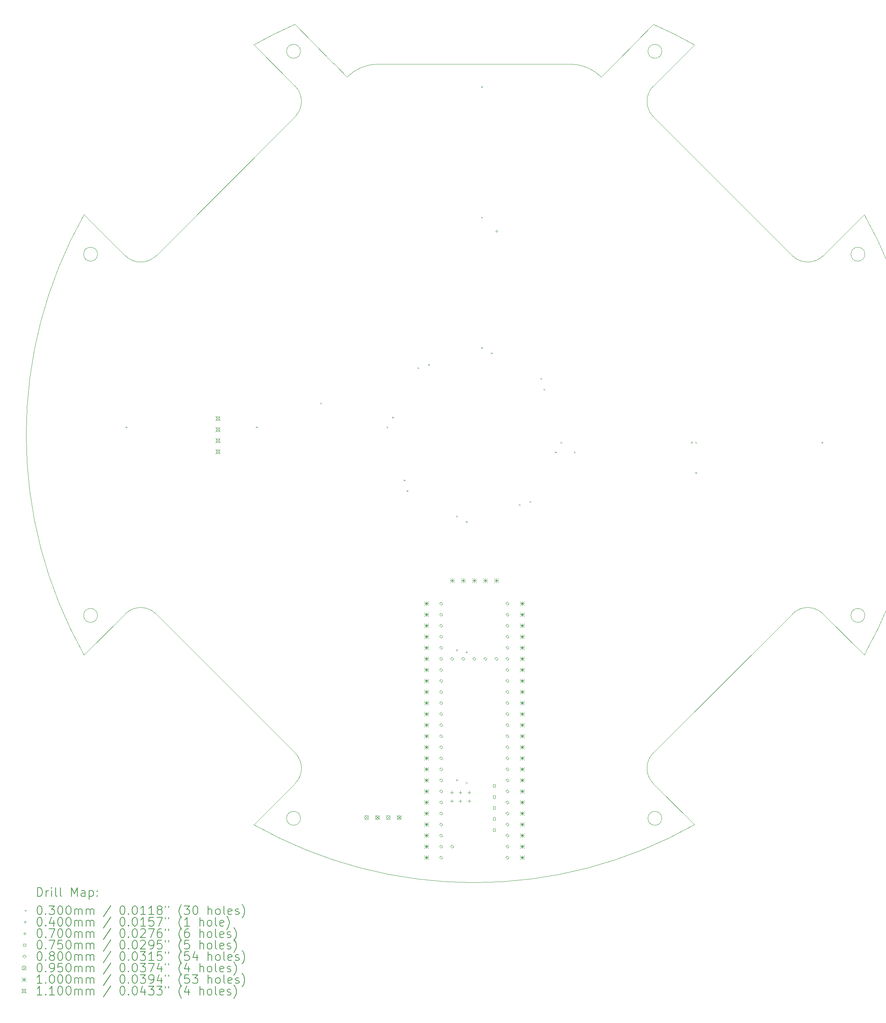
<source format=gbr>
%TF.GenerationSoftware,KiCad,Pcbnew,7.0.6-0*%
%TF.CreationDate,2023-09-17T18:40:21+10:00*%
%TF.ProjectId,Line 3.1,4c696e65-2033-42e3-912e-6b696361645f,rev?*%
%TF.SameCoordinates,Original*%
%TF.FileFunction,Drillmap*%
%TF.FilePolarity,Positive*%
%FSLAX45Y45*%
G04 Gerber Fmt 4.5, Leading zero omitted, Abs format (unit mm)*
G04 Created by KiCad (PCBNEW 7.0.6-0) date 2023-09-17 18:40:21*
%MOMM*%
%LPD*%
G01*
G04 APERTURE LIST*
%ADD10C,0.050000*%
%ADD11C,0.200000*%
%ADD12C,0.030000*%
%ADD13C,0.040000*%
%ADD14C,0.070000*%
%ADD15C,0.075000*%
%ADD16C,0.080000*%
%ADD17C,0.095000*%
%ADD18C,0.100000*%
%ADD19C,0.110000*%
G04 APERTURE END LIST*
D10*
X18271267Y-6419353D02*
X18191905Y-6500020D01*
X10881093Y-23022146D02*
G75*
G03*
X10881093Y-22315040I-353553J353553D01*
G01*
X10881093Y-7685000D02*
X7684970Y-10881123D01*
X17199990Y-6473351D02*
X12799990Y-6473351D01*
X6339146Y-10846081D02*
G75*
G03*
X6339146Y-10846081I-160000J0D01*
G01*
X11006051Y-23820864D02*
G75*
G03*
X11006051Y-23820864I-160000J0D01*
G01*
X19118887Y-6977894D02*
X20065226Y-6031554D01*
X17924110Y-6772216D02*
G75*
G03*
X17199990Y-6473351I-724120J-727804D01*
G01*
X6339146Y-19153959D02*
G75*
G03*
X6339146Y-19153959I-160000J0D01*
G01*
X7684970Y-19118917D02*
G75*
G03*
X6977864Y-19118917I-353553J-353553D01*
G01*
X22315010Y-10881123D02*
X19118887Y-7685000D01*
X23968456Y-9934784D02*
X23022116Y-10881123D01*
X10882216Y-5558943D02*
G75*
G03*
X9934754Y-6031554I4117704J-9440937D01*
G01*
X19117764Y-5558943D02*
X18271267Y-6419353D01*
X7684970Y-19118917D02*
X10881093Y-22315040D01*
X19118887Y-6977894D02*
G75*
G03*
X19118887Y-7685000I353553J-353553D01*
G01*
X11808075Y-6500020D02*
X11728713Y-6419353D01*
X11006051Y-6179176D02*
G75*
G03*
X11006051Y-6179176I-160000J0D01*
G01*
X23968456Y-20065256D02*
G75*
G03*
X23968456Y-9934784I-8968466J5065236D01*
G01*
X19118887Y-22315040D02*
G75*
G03*
X19118887Y-23022146I353553J-353553D01*
G01*
X6031524Y-9934784D02*
G75*
G03*
X6031524Y-20065256I8968466J-5065236D01*
G01*
X9934754Y-6031554D02*
X10881093Y-6977894D01*
X22315010Y-10881123D02*
G75*
G03*
X23022116Y-10881123I353553J353553D01*
G01*
X10881093Y-23022146D02*
X9934754Y-23968486D01*
X19118887Y-22315040D02*
X22315010Y-19118917D01*
X20065226Y-23968486D02*
X19118887Y-23022146D01*
X23022116Y-19118917D02*
G75*
G03*
X22315010Y-19118917I-353553J-353553D01*
G01*
X23980834Y-19153959D02*
G75*
G03*
X23980834Y-19153959I-160000J0D01*
G01*
X12799990Y-6473351D02*
G75*
G03*
X12075870Y-6772216I0J-1026669D01*
G01*
X6977864Y-10881123D02*
G75*
G03*
X7684970Y-10881123I353553J353553D01*
G01*
X11728713Y-6419353D02*
X10882216Y-5558943D01*
X12075870Y-6772216D02*
X11808075Y-6500020D01*
X23022116Y-19118917D02*
X23968456Y-20065256D01*
X23980834Y-10846081D02*
G75*
G03*
X23980834Y-10846081I-160000J0D01*
G01*
X6031524Y-20065256D02*
X6977864Y-19118917D01*
X9934754Y-23968486D02*
G75*
G03*
X20065226Y-23968486I5065236J8968466D01*
G01*
X19313929Y-6179176D02*
G75*
G03*
X19313929Y-6179176I-160000J0D01*
G01*
X6977864Y-10881123D02*
X6031524Y-9934784D01*
X19313929Y-23820864D02*
G75*
G03*
X19313929Y-23820864I-160000J0D01*
G01*
X10881093Y-7685000D02*
G75*
G03*
X10881093Y-6977894I-353553J353553D01*
G01*
X20065226Y-6031554D02*
G75*
G03*
X19117764Y-5558943I-5065226J-8968446D01*
G01*
X18191905Y-6500020D02*
X17924110Y-6772216D01*
D11*
D12*
X6985000Y-14810000D02*
X7015000Y-14840000D01*
X7015000Y-14810000D02*
X6985000Y-14840000D01*
X9985000Y-14810000D02*
X10015000Y-14840000D01*
X10015000Y-14810000D02*
X9985000Y-14840000D01*
X11460000Y-14260000D02*
X11490000Y-14290000D01*
X11490000Y-14260000D02*
X11460000Y-14290000D01*
X12985000Y-14810000D02*
X13015000Y-14840000D01*
X13015000Y-14810000D02*
X12985000Y-14840000D01*
X13110000Y-14585000D02*
X13140000Y-14615000D01*
X13140000Y-14585000D02*
X13110000Y-14615000D01*
X13376332Y-16027982D02*
X13406332Y-16057982D01*
X13406332Y-16027982D02*
X13376332Y-16057982D01*
X13447043Y-16275470D02*
X13477043Y-16305470D01*
X13477043Y-16275470D02*
X13447043Y-16305470D01*
X13694530Y-13447043D02*
X13724530Y-13477043D01*
X13724530Y-13447043D02*
X13694530Y-13477043D01*
X13942017Y-13376332D02*
X13972017Y-13406332D01*
X13972017Y-13376332D02*
X13942017Y-13406332D01*
X14585000Y-16860000D02*
X14615000Y-16890000D01*
X14615000Y-16860000D02*
X14585000Y-16890000D01*
X14585000Y-19936000D02*
X14615000Y-19966000D01*
X14615000Y-19936000D02*
X14585000Y-19966000D01*
X14585000Y-22927451D02*
X14615000Y-22957451D01*
X14615000Y-22927451D02*
X14585000Y-22957451D01*
X14810000Y-16985000D02*
X14840000Y-17015000D01*
X14840000Y-16985000D02*
X14810000Y-17015000D01*
X14810000Y-19985000D02*
X14840000Y-20015000D01*
X14840000Y-19985000D02*
X14810000Y-20015000D01*
X14810000Y-22985000D02*
X14840000Y-23015000D01*
X14840000Y-22985000D02*
X14810000Y-23015000D01*
X15160000Y-6985000D02*
X15190000Y-7015000D01*
X15190000Y-6985000D02*
X15160000Y-7015000D01*
X15160000Y-9985000D02*
X15190000Y-10015000D01*
X15190000Y-9985000D02*
X15160000Y-10015000D01*
X15160000Y-12985000D02*
X15190000Y-13015000D01*
X15190000Y-12985000D02*
X15160000Y-13015000D01*
X15385000Y-13110000D02*
X15415000Y-13140000D01*
X15415000Y-13110000D02*
X15385000Y-13140000D01*
X16027982Y-16593668D02*
X16057982Y-16623668D01*
X16057982Y-16593668D02*
X16027982Y-16623668D01*
X16275470Y-16522957D02*
X16305470Y-16552957D01*
X16305470Y-16522957D02*
X16275470Y-16552957D01*
X16522957Y-13694530D02*
X16552957Y-13724530D01*
X16552957Y-13694530D02*
X16522957Y-13724530D01*
X16593668Y-13942017D02*
X16623668Y-13972017D01*
X16623668Y-13942017D02*
X16593668Y-13972017D01*
X16860000Y-15385000D02*
X16890000Y-15415000D01*
X16890000Y-15385000D02*
X16860000Y-15415000D01*
X16985000Y-15160000D02*
X17015000Y-15190000D01*
X17015000Y-15160000D02*
X16985000Y-15190000D01*
X17292450Y-15385000D02*
X17322450Y-15415000D01*
X17322450Y-15385000D02*
X17292450Y-15415000D01*
X19985000Y-15160000D02*
X20015000Y-15190000D01*
X20015000Y-15160000D02*
X19985000Y-15190000D01*
X20085000Y-15160000D02*
X20115000Y-15190000D01*
X20115000Y-15160000D02*
X20085000Y-15190000D01*
X20085000Y-15860000D02*
X20115000Y-15890000D01*
X20115000Y-15860000D02*
X20085000Y-15890000D01*
X22985000Y-15160000D02*
X23015000Y-15190000D01*
X23015000Y-15160000D02*
X22985000Y-15190000D01*
D13*
X15538188Y-10321872D02*
G75*
G03*
X15538188Y-10321872I-20000J0D01*
G01*
D14*
X14483000Y-23190000D02*
X14483000Y-23260000D01*
X14448000Y-23225000D02*
X14518000Y-23225000D01*
X14483000Y-23390000D02*
X14483000Y-23460000D01*
X14448000Y-23425000D02*
X14518000Y-23425000D01*
X14683000Y-23190000D02*
X14683000Y-23260000D01*
X14648000Y-23225000D02*
X14718000Y-23225000D01*
X14683000Y-23390000D02*
X14683000Y-23460000D01*
X14648000Y-23425000D02*
X14718000Y-23425000D01*
X14883000Y-23190000D02*
X14883000Y-23260000D01*
X14848000Y-23225000D02*
X14918000Y-23225000D01*
X14883000Y-23390000D02*
X14883000Y-23460000D01*
X14848000Y-23425000D02*
X14918000Y-23425000D01*
D15*
X15483517Y-23097517D02*
X15483517Y-23044483D01*
X15430483Y-23044483D01*
X15430483Y-23097517D01*
X15483517Y-23097517D01*
X15483517Y-23351517D02*
X15483517Y-23298483D01*
X15430483Y-23298483D01*
X15430483Y-23351517D01*
X15483517Y-23351517D01*
X15483517Y-23605517D02*
X15483517Y-23552483D01*
X15430483Y-23552483D01*
X15430483Y-23605517D01*
X15483517Y-23605517D01*
X15483517Y-23859517D02*
X15483517Y-23806483D01*
X15430483Y-23806483D01*
X15430483Y-23859517D01*
X15483517Y-23859517D01*
X15483517Y-24113517D02*
X15483517Y-24060483D01*
X15430483Y-24060483D01*
X15430483Y-24113517D01*
X15483517Y-24113517D01*
D16*
X14238000Y-18920000D02*
X14278000Y-18880000D01*
X14238000Y-18840000D01*
X14198000Y-18880000D01*
X14238000Y-18920000D01*
X14238000Y-19174000D02*
X14278000Y-19134000D01*
X14238000Y-19094000D01*
X14198000Y-19134000D01*
X14238000Y-19174000D01*
X14238000Y-19428000D02*
X14278000Y-19388000D01*
X14238000Y-19348000D01*
X14198000Y-19388000D01*
X14238000Y-19428000D01*
X14238000Y-19682000D02*
X14278000Y-19642000D01*
X14238000Y-19602000D01*
X14198000Y-19642000D01*
X14238000Y-19682000D01*
X14238000Y-19936000D02*
X14278000Y-19896000D01*
X14238000Y-19856000D01*
X14198000Y-19896000D01*
X14238000Y-19936000D01*
X14238000Y-20190000D02*
X14278000Y-20150000D01*
X14238000Y-20110000D01*
X14198000Y-20150000D01*
X14238000Y-20190000D01*
X14238000Y-20444000D02*
X14278000Y-20404000D01*
X14238000Y-20364000D01*
X14198000Y-20404000D01*
X14238000Y-20444000D01*
X14238000Y-20698000D02*
X14278000Y-20658000D01*
X14238000Y-20618000D01*
X14198000Y-20658000D01*
X14238000Y-20698000D01*
X14238000Y-20952000D02*
X14278000Y-20912000D01*
X14238000Y-20872000D01*
X14198000Y-20912000D01*
X14238000Y-20952000D01*
X14238000Y-21206000D02*
X14278000Y-21166000D01*
X14238000Y-21126000D01*
X14198000Y-21166000D01*
X14238000Y-21206000D01*
X14238000Y-21460000D02*
X14278000Y-21420000D01*
X14238000Y-21380000D01*
X14198000Y-21420000D01*
X14238000Y-21460000D01*
X14238000Y-21714000D02*
X14278000Y-21674000D01*
X14238000Y-21634000D01*
X14198000Y-21674000D01*
X14238000Y-21714000D01*
X14238000Y-21968000D02*
X14278000Y-21928000D01*
X14238000Y-21888000D01*
X14198000Y-21928000D01*
X14238000Y-21968000D01*
X14238000Y-22222000D02*
X14278000Y-22182000D01*
X14238000Y-22142000D01*
X14198000Y-22182000D01*
X14238000Y-22222000D01*
X14238000Y-22476000D02*
X14278000Y-22436000D01*
X14238000Y-22396000D01*
X14198000Y-22436000D01*
X14238000Y-22476000D01*
X14238000Y-22730000D02*
X14278000Y-22690000D01*
X14238000Y-22650000D01*
X14198000Y-22690000D01*
X14238000Y-22730000D01*
X14238000Y-22984000D02*
X14278000Y-22944000D01*
X14238000Y-22904000D01*
X14198000Y-22944000D01*
X14238000Y-22984000D01*
X14238000Y-23238000D02*
X14278000Y-23198000D01*
X14238000Y-23158000D01*
X14198000Y-23198000D01*
X14238000Y-23238000D01*
X14238000Y-23492000D02*
X14278000Y-23452000D01*
X14238000Y-23412000D01*
X14198000Y-23452000D01*
X14238000Y-23492000D01*
X14238000Y-23746000D02*
X14278000Y-23706000D01*
X14238000Y-23666000D01*
X14198000Y-23706000D01*
X14238000Y-23746000D01*
X14238000Y-24000000D02*
X14278000Y-23960000D01*
X14238000Y-23920000D01*
X14198000Y-23960000D01*
X14238000Y-24000000D01*
X14238000Y-24254000D02*
X14278000Y-24214000D01*
X14238000Y-24174000D01*
X14198000Y-24214000D01*
X14238000Y-24254000D01*
X14238000Y-24508000D02*
X14278000Y-24468000D01*
X14238000Y-24428000D01*
X14198000Y-24468000D01*
X14238000Y-24508000D01*
X14238000Y-24762000D02*
X14278000Y-24722000D01*
X14238000Y-24682000D01*
X14198000Y-24722000D01*
X14238000Y-24762000D01*
X14492000Y-20190000D02*
X14532000Y-20150000D01*
X14492000Y-20110000D01*
X14452000Y-20150000D01*
X14492000Y-20190000D01*
X14492000Y-24508000D02*
X14532000Y-24468000D01*
X14492000Y-24428000D01*
X14452000Y-24468000D01*
X14492000Y-24508000D01*
X14746000Y-20190000D02*
X14786000Y-20150000D01*
X14746000Y-20110000D01*
X14706000Y-20150000D01*
X14746000Y-20190000D01*
X15000000Y-20190000D02*
X15040000Y-20150000D01*
X15000000Y-20110000D01*
X14960000Y-20150000D01*
X15000000Y-20190000D01*
X15254000Y-20190000D02*
X15294000Y-20150000D01*
X15254000Y-20110000D01*
X15214000Y-20150000D01*
X15254000Y-20190000D01*
X15508000Y-20190000D02*
X15548000Y-20150000D01*
X15508000Y-20110000D01*
X15468000Y-20150000D01*
X15508000Y-20190000D01*
X15762000Y-18920000D02*
X15802000Y-18880000D01*
X15762000Y-18840000D01*
X15722000Y-18880000D01*
X15762000Y-18920000D01*
X15762000Y-19174000D02*
X15802000Y-19134000D01*
X15762000Y-19094000D01*
X15722000Y-19134000D01*
X15762000Y-19174000D01*
X15762000Y-19428000D02*
X15802000Y-19388000D01*
X15762000Y-19348000D01*
X15722000Y-19388000D01*
X15762000Y-19428000D01*
X15762000Y-19682000D02*
X15802000Y-19642000D01*
X15762000Y-19602000D01*
X15722000Y-19642000D01*
X15762000Y-19682000D01*
X15762000Y-19936000D02*
X15802000Y-19896000D01*
X15762000Y-19856000D01*
X15722000Y-19896000D01*
X15762000Y-19936000D01*
X15762000Y-20190000D02*
X15802000Y-20150000D01*
X15762000Y-20110000D01*
X15722000Y-20150000D01*
X15762000Y-20190000D01*
X15762000Y-20444000D02*
X15802000Y-20404000D01*
X15762000Y-20364000D01*
X15722000Y-20404000D01*
X15762000Y-20444000D01*
X15762000Y-20698000D02*
X15802000Y-20658000D01*
X15762000Y-20618000D01*
X15722000Y-20658000D01*
X15762000Y-20698000D01*
X15762000Y-20952000D02*
X15802000Y-20912000D01*
X15762000Y-20872000D01*
X15722000Y-20912000D01*
X15762000Y-20952000D01*
X15762000Y-21206000D02*
X15802000Y-21166000D01*
X15762000Y-21126000D01*
X15722000Y-21166000D01*
X15762000Y-21206000D01*
X15762000Y-21460000D02*
X15802000Y-21420000D01*
X15762000Y-21380000D01*
X15722000Y-21420000D01*
X15762000Y-21460000D01*
X15762000Y-21714000D02*
X15802000Y-21674000D01*
X15762000Y-21634000D01*
X15722000Y-21674000D01*
X15762000Y-21714000D01*
X15762000Y-21968000D02*
X15802000Y-21928000D01*
X15762000Y-21888000D01*
X15722000Y-21928000D01*
X15762000Y-21968000D01*
X15762000Y-22222000D02*
X15802000Y-22182000D01*
X15762000Y-22142000D01*
X15722000Y-22182000D01*
X15762000Y-22222000D01*
X15762000Y-22476000D02*
X15802000Y-22436000D01*
X15762000Y-22396000D01*
X15722000Y-22436000D01*
X15762000Y-22476000D01*
X15762000Y-22730000D02*
X15802000Y-22690000D01*
X15762000Y-22650000D01*
X15722000Y-22690000D01*
X15762000Y-22730000D01*
X15762000Y-22984000D02*
X15802000Y-22944000D01*
X15762000Y-22904000D01*
X15722000Y-22944000D01*
X15762000Y-22984000D01*
X15762000Y-23238000D02*
X15802000Y-23198000D01*
X15762000Y-23158000D01*
X15722000Y-23198000D01*
X15762000Y-23238000D01*
X15762000Y-23492000D02*
X15802000Y-23452000D01*
X15762000Y-23412000D01*
X15722000Y-23452000D01*
X15762000Y-23492000D01*
X15762000Y-23746000D02*
X15802000Y-23706000D01*
X15762000Y-23666000D01*
X15722000Y-23706000D01*
X15762000Y-23746000D01*
X15762000Y-24000000D02*
X15802000Y-23960000D01*
X15762000Y-23920000D01*
X15722000Y-23960000D01*
X15762000Y-24000000D01*
X15762000Y-24254000D02*
X15802000Y-24214000D01*
X15762000Y-24174000D01*
X15722000Y-24214000D01*
X15762000Y-24254000D01*
X15762000Y-24508000D02*
X15802000Y-24468000D01*
X15762000Y-24428000D01*
X15722000Y-24468000D01*
X15762000Y-24508000D01*
X15762000Y-24762000D02*
X15802000Y-24722000D01*
X15762000Y-24682000D01*
X15722000Y-24722000D01*
X15762000Y-24762000D01*
D17*
X12477500Y-23755000D02*
X12572500Y-23850000D01*
X12572500Y-23755000D02*
X12477500Y-23850000D01*
X12572500Y-23802500D02*
G75*
G03*
X12572500Y-23802500I-47500J0D01*
G01*
X12727500Y-23755000D02*
X12822500Y-23850000D01*
X12822500Y-23755000D02*
X12727500Y-23850000D01*
X12822500Y-23802500D02*
G75*
G03*
X12822500Y-23802500I-47500J0D01*
G01*
X12977500Y-23755000D02*
X13072500Y-23850000D01*
X13072500Y-23755000D02*
X12977500Y-23850000D01*
X13072500Y-23802500D02*
G75*
G03*
X13072500Y-23802500I-47500J0D01*
G01*
X13227500Y-23755000D02*
X13322500Y-23850000D01*
X13322500Y-23755000D02*
X13227500Y-23850000D01*
X13322500Y-23802500D02*
G75*
G03*
X13322500Y-23802500I-47500J0D01*
G01*
D18*
X13850000Y-18830000D02*
X13950000Y-18930000D01*
X13950000Y-18830000D02*
X13850000Y-18930000D01*
X13900000Y-18830000D02*
X13900000Y-18930000D01*
X13850000Y-18880000D02*
X13950000Y-18880000D01*
X13850000Y-19084000D02*
X13950000Y-19184000D01*
X13950000Y-19084000D02*
X13850000Y-19184000D01*
X13900000Y-19084000D02*
X13900000Y-19184000D01*
X13850000Y-19134000D02*
X13950000Y-19134000D01*
X13850000Y-19338000D02*
X13950000Y-19438000D01*
X13950000Y-19338000D02*
X13850000Y-19438000D01*
X13900000Y-19338000D02*
X13900000Y-19438000D01*
X13850000Y-19388000D02*
X13950000Y-19388000D01*
X13850000Y-19592000D02*
X13950000Y-19692000D01*
X13950000Y-19592000D02*
X13850000Y-19692000D01*
X13900000Y-19592000D02*
X13900000Y-19692000D01*
X13850000Y-19642000D02*
X13950000Y-19642000D01*
X13850000Y-19846000D02*
X13950000Y-19946000D01*
X13950000Y-19846000D02*
X13850000Y-19946000D01*
X13900000Y-19846000D02*
X13900000Y-19946000D01*
X13850000Y-19896000D02*
X13950000Y-19896000D01*
X13850000Y-20100000D02*
X13950000Y-20200000D01*
X13950000Y-20100000D02*
X13850000Y-20200000D01*
X13900000Y-20100000D02*
X13900000Y-20200000D01*
X13850000Y-20150000D02*
X13950000Y-20150000D01*
X13850000Y-20354000D02*
X13950000Y-20454000D01*
X13950000Y-20354000D02*
X13850000Y-20454000D01*
X13900000Y-20354000D02*
X13900000Y-20454000D01*
X13850000Y-20404000D02*
X13950000Y-20404000D01*
X13850000Y-20608000D02*
X13950000Y-20708000D01*
X13950000Y-20608000D02*
X13850000Y-20708000D01*
X13900000Y-20608000D02*
X13900000Y-20708000D01*
X13850000Y-20658000D02*
X13950000Y-20658000D01*
X13850000Y-20862000D02*
X13950000Y-20962000D01*
X13950000Y-20862000D02*
X13850000Y-20962000D01*
X13900000Y-20862000D02*
X13900000Y-20962000D01*
X13850000Y-20912000D02*
X13950000Y-20912000D01*
X13850000Y-21116000D02*
X13950000Y-21216000D01*
X13950000Y-21116000D02*
X13850000Y-21216000D01*
X13900000Y-21116000D02*
X13900000Y-21216000D01*
X13850000Y-21166000D02*
X13950000Y-21166000D01*
X13850000Y-21370000D02*
X13950000Y-21470000D01*
X13950000Y-21370000D02*
X13850000Y-21470000D01*
X13900000Y-21370000D02*
X13900000Y-21470000D01*
X13850000Y-21420000D02*
X13950000Y-21420000D01*
X13850000Y-21624000D02*
X13950000Y-21724000D01*
X13950000Y-21624000D02*
X13850000Y-21724000D01*
X13900000Y-21624000D02*
X13900000Y-21724000D01*
X13850000Y-21674000D02*
X13950000Y-21674000D01*
X13850000Y-21878000D02*
X13950000Y-21978000D01*
X13950000Y-21878000D02*
X13850000Y-21978000D01*
X13900000Y-21878000D02*
X13900000Y-21978000D01*
X13850000Y-21928000D02*
X13950000Y-21928000D01*
X13850000Y-22132000D02*
X13950000Y-22232000D01*
X13950000Y-22132000D02*
X13850000Y-22232000D01*
X13900000Y-22132000D02*
X13900000Y-22232000D01*
X13850000Y-22182000D02*
X13950000Y-22182000D01*
X13850000Y-22386000D02*
X13950000Y-22486000D01*
X13950000Y-22386000D02*
X13850000Y-22486000D01*
X13900000Y-22386000D02*
X13900000Y-22486000D01*
X13850000Y-22436000D02*
X13950000Y-22436000D01*
X13850000Y-22640000D02*
X13950000Y-22740000D01*
X13950000Y-22640000D02*
X13850000Y-22740000D01*
X13900000Y-22640000D02*
X13900000Y-22740000D01*
X13850000Y-22690000D02*
X13950000Y-22690000D01*
X13850000Y-22894000D02*
X13950000Y-22994000D01*
X13950000Y-22894000D02*
X13850000Y-22994000D01*
X13900000Y-22894000D02*
X13900000Y-22994000D01*
X13850000Y-22944000D02*
X13950000Y-22944000D01*
X13850000Y-23148000D02*
X13950000Y-23248000D01*
X13950000Y-23148000D02*
X13850000Y-23248000D01*
X13900000Y-23148000D02*
X13900000Y-23248000D01*
X13850000Y-23198000D02*
X13950000Y-23198000D01*
X13850000Y-23402000D02*
X13950000Y-23502000D01*
X13950000Y-23402000D02*
X13850000Y-23502000D01*
X13900000Y-23402000D02*
X13900000Y-23502000D01*
X13850000Y-23452000D02*
X13950000Y-23452000D01*
X13850000Y-23656000D02*
X13950000Y-23756000D01*
X13950000Y-23656000D02*
X13850000Y-23756000D01*
X13900000Y-23656000D02*
X13900000Y-23756000D01*
X13850000Y-23706000D02*
X13950000Y-23706000D01*
X13850000Y-23910000D02*
X13950000Y-24010000D01*
X13950000Y-23910000D02*
X13850000Y-24010000D01*
X13900000Y-23910000D02*
X13900000Y-24010000D01*
X13850000Y-23960000D02*
X13950000Y-23960000D01*
X13850000Y-24164000D02*
X13950000Y-24264000D01*
X13950000Y-24164000D02*
X13850000Y-24264000D01*
X13900000Y-24164000D02*
X13900000Y-24264000D01*
X13850000Y-24214000D02*
X13950000Y-24214000D01*
X13850000Y-24418000D02*
X13950000Y-24518000D01*
X13950000Y-24418000D02*
X13850000Y-24518000D01*
X13900000Y-24418000D02*
X13900000Y-24518000D01*
X13850000Y-24468000D02*
X13950000Y-24468000D01*
X13850000Y-24672000D02*
X13950000Y-24772000D01*
X13950000Y-24672000D02*
X13850000Y-24772000D01*
X13900000Y-24672000D02*
X13900000Y-24772000D01*
X13850000Y-24722000D02*
X13950000Y-24722000D01*
X14442500Y-18300000D02*
X14542500Y-18400000D01*
X14542500Y-18300000D02*
X14442500Y-18400000D01*
X14492500Y-18300000D02*
X14492500Y-18400000D01*
X14442500Y-18350000D02*
X14542500Y-18350000D01*
X14696500Y-18300000D02*
X14796500Y-18400000D01*
X14796500Y-18300000D02*
X14696500Y-18400000D01*
X14746500Y-18300000D02*
X14746500Y-18400000D01*
X14696500Y-18350000D02*
X14796500Y-18350000D01*
X14950500Y-18300000D02*
X15050500Y-18400000D01*
X15050500Y-18300000D02*
X14950500Y-18400000D01*
X15000500Y-18300000D02*
X15000500Y-18400000D01*
X14950500Y-18350000D02*
X15050500Y-18350000D01*
X15204500Y-18300000D02*
X15304500Y-18400000D01*
X15304500Y-18300000D02*
X15204500Y-18400000D01*
X15254500Y-18300000D02*
X15254500Y-18400000D01*
X15204500Y-18350000D02*
X15304500Y-18350000D01*
X15458500Y-18300000D02*
X15558500Y-18400000D01*
X15558500Y-18300000D02*
X15458500Y-18400000D01*
X15508500Y-18300000D02*
X15508500Y-18400000D01*
X15458500Y-18350000D02*
X15558500Y-18350000D01*
X16050000Y-18830000D02*
X16150000Y-18930000D01*
X16150000Y-18830000D02*
X16050000Y-18930000D01*
X16100000Y-18830000D02*
X16100000Y-18930000D01*
X16050000Y-18880000D02*
X16150000Y-18880000D01*
X16050000Y-19084000D02*
X16150000Y-19184000D01*
X16150000Y-19084000D02*
X16050000Y-19184000D01*
X16100000Y-19084000D02*
X16100000Y-19184000D01*
X16050000Y-19134000D02*
X16150000Y-19134000D01*
X16050000Y-19338000D02*
X16150000Y-19438000D01*
X16150000Y-19338000D02*
X16050000Y-19438000D01*
X16100000Y-19338000D02*
X16100000Y-19438000D01*
X16050000Y-19388000D02*
X16150000Y-19388000D01*
X16050000Y-19592000D02*
X16150000Y-19692000D01*
X16150000Y-19592000D02*
X16050000Y-19692000D01*
X16100000Y-19592000D02*
X16100000Y-19692000D01*
X16050000Y-19642000D02*
X16150000Y-19642000D01*
X16050000Y-19846000D02*
X16150000Y-19946000D01*
X16150000Y-19846000D02*
X16050000Y-19946000D01*
X16100000Y-19846000D02*
X16100000Y-19946000D01*
X16050000Y-19896000D02*
X16150000Y-19896000D01*
X16050000Y-20100000D02*
X16150000Y-20200000D01*
X16150000Y-20100000D02*
X16050000Y-20200000D01*
X16100000Y-20100000D02*
X16100000Y-20200000D01*
X16050000Y-20150000D02*
X16150000Y-20150000D01*
X16050000Y-20354000D02*
X16150000Y-20454000D01*
X16150000Y-20354000D02*
X16050000Y-20454000D01*
X16100000Y-20354000D02*
X16100000Y-20454000D01*
X16050000Y-20404000D02*
X16150000Y-20404000D01*
X16050000Y-20608000D02*
X16150000Y-20708000D01*
X16150000Y-20608000D02*
X16050000Y-20708000D01*
X16100000Y-20608000D02*
X16100000Y-20708000D01*
X16050000Y-20658000D02*
X16150000Y-20658000D01*
X16050000Y-20862000D02*
X16150000Y-20962000D01*
X16150000Y-20862000D02*
X16050000Y-20962000D01*
X16100000Y-20862000D02*
X16100000Y-20962000D01*
X16050000Y-20912000D02*
X16150000Y-20912000D01*
X16050000Y-21116000D02*
X16150000Y-21216000D01*
X16150000Y-21116000D02*
X16050000Y-21216000D01*
X16100000Y-21116000D02*
X16100000Y-21216000D01*
X16050000Y-21166000D02*
X16150000Y-21166000D01*
X16050000Y-21370000D02*
X16150000Y-21470000D01*
X16150000Y-21370000D02*
X16050000Y-21470000D01*
X16100000Y-21370000D02*
X16100000Y-21470000D01*
X16050000Y-21420000D02*
X16150000Y-21420000D01*
X16050000Y-21624000D02*
X16150000Y-21724000D01*
X16150000Y-21624000D02*
X16050000Y-21724000D01*
X16100000Y-21624000D02*
X16100000Y-21724000D01*
X16050000Y-21674000D02*
X16150000Y-21674000D01*
X16050000Y-21878000D02*
X16150000Y-21978000D01*
X16150000Y-21878000D02*
X16050000Y-21978000D01*
X16100000Y-21878000D02*
X16100000Y-21978000D01*
X16050000Y-21928000D02*
X16150000Y-21928000D01*
X16050000Y-22132000D02*
X16150000Y-22232000D01*
X16150000Y-22132000D02*
X16050000Y-22232000D01*
X16100000Y-22132000D02*
X16100000Y-22232000D01*
X16050000Y-22182000D02*
X16150000Y-22182000D01*
X16050000Y-22386000D02*
X16150000Y-22486000D01*
X16150000Y-22386000D02*
X16050000Y-22486000D01*
X16100000Y-22386000D02*
X16100000Y-22486000D01*
X16050000Y-22436000D02*
X16150000Y-22436000D01*
X16050000Y-22640000D02*
X16150000Y-22740000D01*
X16150000Y-22640000D02*
X16050000Y-22740000D01*
X16100000Y-22640000D02*
X16100000Y-22740000D01*
X16050000Y-22690000D02*
X16150000Y-22690000D01*
X16050000Y-22894000D02*
X16150000Y-22994000D01*
X16150000Y-22894000D02*
X16050000Y-22994000D01*
X16100000Y-22894000D02*
X16100000Y-22994000D01*
X16050000Y-22944000D02*
X16150000Y-22944000D01*
X16050000Y-23148000D02*
X16150000Y-23248000D01*
X16150000Y-23148000D02*
X16050000Y-23248000D01*
X16100000Y-23148000D02*
X16100000Y-23248000D01*
X16050000Y-23198000D02*
X16150000Y-23198000D01*
X16050000Y-23402000D02*
X16150000Y-23502000D01*
X16150000Y-23402000D02*
X16050000Y-23502000D01*
X16100000Y-23402000D02*
X16100000Y-23502000D01*
X16050000Y-23452000D02*
X16150000Y-23452000D01*
X16050000Y-23656000D02*
X16150000Y-23756000D01*
X16150000Y-23656000D02*
X16050000Y-23756000D01*
X16100000Y-23656000D02*
X16100000Y-23756000D01*
X16050000Y-23706000D02*
X16150000Y-23706000D01*
X16050000Y-23910000D02*
X16150000Y-24010000D01*
X16150000Y-23910000D02*
X16050000Y-24010000D01*
X16100000Y-23910000D02*
X16100000Y-24010000D01*
X16050000Y-23960000D02*
X16150000Y-23960000D01*
X16050000Y-24164000D02*
X16150000Y-24264000D01*
X16150000Y-24164000D02*
X16050000Y-24264000D01*
X16100000Y-24164000D02*
X16100000Y-24264000D01*
X16050000Y-24214000D02*
X16150000Y-24214000D01*
X16050000Y-24418000D02*
X16150000Y-24518000D01*
X16150000Y-24418000D02*
X16050000Y-24518000D01*
X16100000Y-24418000D02*
X16100000Y-24518000D01*
X16050000Y-24468000D02*
X16150000Y-24468000D01*
X16050000Y-24672000D02*
X16150000Y-24772000D01*
X16150000Y-24672000D02*
X16050000Y-24772000D01*
X16100000Y-24672000D02*
X16100000Y-24772000D01*
X16050000Y-24722000D02*
X16150000Y-24722000D01*
D19*
X9053000Y-14564000D02*
X9163000Y-14674000D01*
X9163000Y-14564000D02*
X9053000Y-14674000D01*
X9146891Y-14657891D02*
X9146891Y-14580109D01*
X9069109Y-14580109D01*
X9069109Y-14657891D01*
X9146891Y-14657891D01*
X9053000Y-14818000D02*
X9163000Y-14928000D01*
X9163000Y-14818000D02*
X9053000Y-14928000D01*
X9146891Y-14911891D02*
X9146891Y-14834109D01*
X9069109Y-14834109D01*
X9069109Y-14911891D01*
X9146891Y-14911891D01*
X9053000Y-15072000D02*
X9163000Y-15182000D01*
X9163000Y-15072000D02*
X9053000Y-15182000D01*
X9146891Y-15165891D02*
X9146891Y-15088109D01*
X9069109Y-15088109D01*
X9069109Y-15165891D01*
X9146891Y-15165891D01*
X9053000Y-15326000D02*
X9163000Y-15436000D01*
X9163000Y-15326000D02*
X9053000Y-15436000D01*
X9146891Y-15419891D02*
X9146891Y-15342109D01*
X9069109Y-15342109D01*
X9069109Y-15419891D01*
X9146891Y-15419891D01*
D11*
X4958267Y-25614004D02*
X4958267Y-25414004D01*
X4958267Y-25414004D02*
X5005886Y-25414004D01*
X5005886Y-25414004D02*
X5034457Y-25423528D01*
X5034457Y-25423528D02*
X5053505Y-25442575D01*
X5053505Y-25442575D02*
X5063029Y-25461623D01*
X5063029Y-25461623D02*
X5072553Y-25499718D01*
X5072553Y-25499718D02*
X5072553Y-25528289D01*
X5072553Y-25528289D02*
X5063029Y-25566385D01*
X5063029Y-25566385D02*
X5053505Y-25585432D01*
X5053505Y-25585432D02*
X5034457Y-25604480D01*
X5034457Y-25604480D02*
X5005886Y-25614004D01*
X5005886Y-25614004D02*
X4958267Y-25614004D01*
X5158267Y-25614004D02*
X5158267Y-25480670D01*
X5158267Y-25518766D02*
X5167791Y-25499718D01*
X5167791Y-25499718D02*
X5177314Y-25490194D01*
X5177314Y-25490194D02*
X5196362Y-25480670D01*
X5196362Y-25480670D02*
X5215410Y-25480670D01*
X5282076Y-25614004D02*
X5282076Y-25480670D01*
X5282076Y-25414004D02*
X5272553Y-25423528D01*
X5272553Y-25423528D02*
X5282076Y-25433051D01*
X5282076Y-25433051D02*
X5291600Y-25423528D01*
X5291600Y-25423528D02*
X5282076Y-25414004D01*
X5282076Y-25414004D02*
X5282076Y-25433051D01*
X5405886Y-25614004D02*
X5386838Y-25604480D01*
X5386838Y-25604480D02*
X5377314Y-25585432D01*
X5377314Y-25585432D02*
X5377314Y-25414004D01*
X5510648Y-25614004D02*
X5491600Y-25604480D01*
X5491600Y-25604480D02*
X5482076Y-25585432D01*
X5482076Y-25585432D02*
X5482076Y-25414004D01*
X5739219Y-25614004D02*
X5739219Y-25414004D01*
X5739219Y-25414004D02*
X5805886Y-25556861D01*
X5805886Y-25556861D02*
X5872552Y-25414004D01*
X5872552Y-25414004D02*
X5872552Y-25614004D01*
X6053505Y-25614004D02*
X6053505Y-25509242D01*
X6053505Y-25509242D02*
X6043981Y-25490194D01*
X6043981Y-25490194D02*
X6024933Y-25480670D01*
X6024933Y-25480670D02*
X5986838Y-25480670D01*
X5986838Y-25480670D02*
X5967791Y-25490194D01*
X6053505Y-25604480D02*
X6034457Y-25614004D01*
X6034457Y-25614004D02*
X5986838Y-25614004D01*
X5986838Y-25614004D02*
X5967791Y-25604480D01*
X5967791Y-25604480D02*
X5958267Y-25585432D01*
X5958267Y-25585432D02*
X5958267Y-25566385D01*
X5958267Y-25566385D02*
X5967791Y-25547337D01*
X5967791Y-25547337D02*
X5986838Y-25537813D01*
X5986838Y-25537813D02*
X6034457Y-25537813D01*
X6034457Y-25537813D02*
X6053505Y-25528289D01*
X6148743Y-25480670D02*
X6148743Y-25680670D01*
X6148743Y-25490194D02*
X6167791Y-25480670D01*
X6167791Y-25480670D02*
X6205886Y-25480670D01*
X6205886Y-25480670D02*
X6224933Y-25490194D01*
X6224933Y-25490194D02*
X6234457Y-25499718D01*
X6234457Y-25499718D02*
X6243981Y-25518766D01*
X6243981Y-25518766D02*
X6243981Y-25575908D01*
X6243981Y-25575908D02*
X6234457Y-25594956D01*
X6234457Y-25594956D02*
X6224933Y-25604480D01*
X6224933Y-25604480D02*
X6205886Y-25614004D01*
X6205886Y-25614004D02*
X6167791Y-25614004D01*
X6167791Y-25614004D02*
X6148743Y-25604480D01*
X6329695Y-25594956D02*
X6339219Y-25604480D01*
X6339219Y-25604480D02*
X6329695Y-25614004D01*
X6329695Y-25614004D02*
X6320172Y-25604480D01*
X6320172Y-25604480D02*
X6329695Y-25594956D01*
X6329695Y-25594956D02*
X6329695Y-25614004D01*
X6329695Y-25490194D02*
X6339219Y-25499718D01*
X6339219Y-25499718D02*
X6329695Y-25509242D01*
X6329695Y-25509242D02*
X6320172Y-25499718D01*
X6320172Y-25499718D02*
X6329695Y-25490194D01*
X6329695Y-25490194D02*
X6329695Y-25509242D01*
D12*
X4667490Y-25927520D02*
X4697490Y-25957520D01*
X4697490Y-25927520D02*
X4667490Y-25957520D01*
D11*
X4996362Y-25834004D02*
X5015410Y-25834004D01*
X5015410Y-25834004D02*
X5034457Y-25843528D01*
X5034457Y-25843528D02*
X5043981Y-25853051D01*
X5043981Y-25853051D02*
X5053505Y-25872099D01*
X5053505Y-25872099D02*
X5063029Y-25910194D01*
X5063029Y-25910194D02*
X5063029Y-25957813D01*
X5063029Y-25957813D02*
X5053505Y-25995908D01*
X5053505Y-25995908D02*
X5043981Y-26014956D01*
X5043981Y-26014956D02*
X5034457Y-26024480D01*
X5034457Y-26024480D02*
X5015410Y-26034004D01*
X5015410Y-26034004D02*
X4996362Y-26034004D01*
X4996362Y-26034004D02*
X4977314Y-26024480D01*
X4977314Y-26024480D02*
X4967791Y-26014956D01*
X4967791Y-26014956D02*
X4958267Y-25995908D01*
X4958267Y-25995908D02*
X4948743Y-25957813D01*
X4948743Y-25957813D02*
X4948743Y-25910194D01*
X4948743Y-25910194D02*
X4958267Y-25872099D01*
X4958267Y-25872099D02*
X4967791Y-25853051D01*
X4967791Y-25853051D02*
X4977314Y-25843528D01*
X4977314Y-25843528D02*
X4996362Y-25834004D01*
X5148743Y-26014956D02*
X5158267Y-26024480D01*
X5158267Y-26024480D02*
X5148743Y-26034004D01*
X5148743Y-26034004D02*
X5139219Y-26024480D01*
X5139219Y-26024480D02*
X5148743Y-26014956D01*
X5148743Y-26014956D02*
X5148743Y-26034004D01*
X5224934Y-25834004D02*
X5348743Y-25834004D01*
X5348743Y-25834004D02*
X5282076Y-25910194D01*
X5282076Y-25910194D02*
X5310648Y-25910194D01*
X5310648Y-25910194D02*
X5329695Y-25919718D01*
X5329695Y-25919718D02*
X5339219Y-25929242D01*
X5339219Y-25929242D02*
X5348743Y-25948289D01*
X5348743Y-25948289D02*
X5348743Y-25995908D01*
X5348743Y-25995908D02*
X5339219Y-26014956D01*
X5339219Y-26014956D02*
X5329695Y-26024480D01*
X5329695Y-26024480D02*
X5310648Y-26034004D01*
X5310648Y-26034004D02*
X5253505Y-26034004D01*
X5253505Y-26034004D02*
X5234457Y-26024480D01*
X5234457Y-26024480D02*
X5224934Y-26014956D01*
X5472553Y-25834004D02*
X5491600Y-25834004D01*
X5491600Y-25834004D02*
X5510648Y-25843528D01*
X5510648Y-25843528D02*
X5520172Y-25853051D01*
X5520172Y-25853051D02*
X5529695Y-25872099D01*
X5529695Y-25872099D02*
X5539219Y-25910194D01*
X5539219Y-25910194D02*
X5539219Y-25957813D01*
X5539219Y-25957813D02*
X5529695Y-25995908D01*
X5529695Y-25995908D02*
X5520172Y-26014956D01*
X5520172Y-26014956D02*
X5510648Y-26024480D01*
X5510648Y-26024480D02*
X5491600Y-26034004D01*
X5491600Y-26034004D02*
X5472553Y-26034004D01*
X5472553Y-26034004D02*
X5453505Y-26024480D01*
X5453505Y-26024480D02*
X5443981Y-26014956D01*
X5443981Y-26014956D02*
X5434457Y-25995908D01*
X5434457Y-25995908D02*
X5424934Y-25957813D01*
X5424934Y-25957813D02*
X5424934Y-25910194D01*
X5424934Y-25910194D02*
X5434457Y-25872099D01*
X5434457Y-25872099D02*
X5443981Y-25853051D01*
X5443981Y-25853051D02*
X5453505Y-25843528D01*
X5453505Y-25843528D02*
X5472553Y-25834004D01*
X5663029Y-25834004D02*
X5682076Y-25834004D01*
X5682076Y-25834004D02*
X5701124Y-25843528D01*
X5701124Y-25843528D02*
X5710648Y-25853051D01*
X5710648Y-25853051D02*
X5720172Y-25872099D01*
X5720172Y-25872099D02*
X5729695Y-25910194D01*
X5729695Y-25910194D02*
X5729695Y-25957813D01*
X5729695Y-25957813D02*
X5720172Y-25995908D01*
X5720172Y-25995908D02*
X5710648Y-26014956D01*
X5710648Y-26014956D02*
X5701124Y-26024480D01*
X5701124Y-26024480D02*
X5682076Y-26034004D01*
X5682076Y-26034004D02*
X5663029Y-26034004D01*
X5663029Y-26034004D02*
X5643981Y-26024480D01*
X5643981Y-26024480D02*
X5634457Y-26014956D01*
X5634457Y-26014956D02*
X5624933Y-25995908D01*
X5624933Y-25995908D02*
X5615410Y-25957813D01*
X5615410Y-25957813D02*
X5615410Y-25910194D01*
X5615410Y-25910194D02*
X5624933Y-25872099D01*
X5624933Y-25872099D02*
X5634457Y-25853051D01*
X5634457Y-25853051D02*
X5643981Y-25843528D01*
X5643981Y-25843528D02*
X5663029Y-25834004D01*
X5815410Y-26034004D02*
X5815410Y-25900670D01*
X5815410Y-25919718D02*
X5824933Y-25910194D01*
X5824933Y-25910194D02*
X5843981Y-25900670D01*
X5843981Y-25900670D02*
X5872553Y-25900670D01*
X5872553Y-25900670D02*
X5891600Y-25910194D01*
X5891600Y-25910194D02*
X5901124Y-25929242D01*
X5901124Y-25929242D02*
X5901124Y-26034004D01*
X5901124Y-25929242D02*
X5910648Y-25910194D01*
X5910648Y-25910194D02*
X5929695Y-25900670D01*
X5929695Y-25900670D02*
X5958267Y-25900670D01*
X5958267Y-25900670D02*
X5977314Y-25910194D01*
X5977314Y-25910194D02*
X5986838Y-25929242D01*
X5986838Y-25929242D02*
X5986838Y-26034004D01*
X6082076Y-26034004D02*
X6082076Y-25900670D01*
X6082076Y-25919718D02*
X6091600Y-25910194D01*
X6091600Y-25910194D02*
X6110648Y-25900670D01*
X6110648Y-25900670D02*
X6139219Y-25900670D01*
X6139219Y-25900670D02*
X6158267Y-25910194D01*
X6158267Y-25910194D02*
X6167791Y-25929242D01*
X6167791Y-25929242D02*
X6167791Y-26034004D01*
X6167791Y-25929242D02*
X6177314Y-25910194D01*
X6177314Y-25910194D02*
X6196362Y-25900670D01*
X6196362Y-25900670D02*
X6224933Y-25900670D01*
X6224933Y-25900670D02*
X6243981Y-25910194D01*
X6243981Y-25910194D02*
X6253505Y-25929242D01*
X6253505Y-25929242D02*
X6253505Y-26034004D01*
X6643981Y-25824480D02*
X6472553Y-26081623D01*
X6901124Y-25834004D02*
X6920172Y-25834004D01*
X6920172Y-25834004D02*
X6939219Y-25843528D01*
X6939219Y-25843528D02*
X6948743Y-25853051D01*
X6948743Y-25853051D02*
X6958267Y-25872099D01*
X6958267Y-25872099D02*
X6967791Y-25910194D01*
X6967791Y-25910194D02*
X6967791Y-25957813D01*
X6967791Y-25957813D02*
X6958267Y-25995908D01*
X6958267Y-25995908D02*
X6948743Y-26014956D01*
X6948743Y-26014956D02*
X6939219Y-26024480D01*
X6939219Y-26024480D02*
X6920172Y-26034004D01*
X6920172Y-26034004D02*
X6901124Y-26034004D01*
X6901124Y-26034004D02*
X6882076Y-26024480D01*
X6882076Y-26024480D02*
X6872553Y-26014956D01*
X6872553Y-26014956D02*
X6863029Y-25995908D01*
X6863029Y-25995908D02*
X6853505Y-25957813D01*
X6853505Y-25957813D02*
X6853505Y-25910194D01*
X6853505Y-25910194D02*
X6863029Y-25872099D01*
X6863029Y-25872099D02*
X6872553Y-25853051D01*
X6872553Y-25853051D02*
X6882076Y-25843528D01*
X6882076Y-25843528D02*
X6901124Y-25834004D01*
X7053505Y-26014956D02*
X7063029Y-26024480D01*
X7063029Y-26024480D02*
X7053505Y-26034004D01*
X7053505Y-26034004D02*
X7043981Y-26024480D01*
X7043981Y-26024480D02*
X7053505Y-26014956D01*
X7053505Y-26014956D02*
X7053505Y-26034004D01*
X7186838Y-25834004D02*
X7205886Y-25834004D01*
X7205886Y-25834004D02*
X7224934Y-25843528D01*
X7224934Y-25843528D02*
X7234457Y-25853051D01*
X7234457Y-25853051D02*
X7243981Y-25872099D01*
X7243981Y-25872099D02*
X7253505Y-25910194D01*
X7253505Y-25910194D02*
X7253505Y-25957813D01*
X7253505Y-25957813D02*
X7243981Y-25995908D01*
X7243981Y-25995908D02*
X7234457Y-26014956D01*
X7234457Y-26014956D02*
X7224934Y-26024480D01*
X7224934Y-26024480D02*
X7205886Y-26034004D01*
X7205886Y-26034004D02*
X7186838Y-26034004D01*
X7186838Y-26034004D02*
X7167791Y-26024480D01*
X7167791Y-26024480D02*
X7158267Y-26014956D01*
X7158267Y-26014956D02*
X7148743Y-25995908D01*
X7148743Y-25995908D02*
X7139219Y-25957813D01*
X7139219Y-25957813D02*
X7139219Y-25910194D01*
X7139219Y-25910194D02*
X7148743Y-25872099D01*
X7148743Y-25872099D02*
X7158267Y-25853051D01*
X7158267Y-25853051D02*
X7167791Y-25843528D01*
X7167791Y-25843528D02*
X7186838Y-25834004D01*
X7443981Y-26034004D02*
X7329696Y-26034004D01*
X7386838Y-26034004D02*
X7386838Y-25834004D01*
X7386838Y-25834004D02*
X7367791Y-25862575D01*
X7367791Y-25862575D02*
X7348743Y-25881623D01*
X7348743Y-25881623D02*
X7329696Y-25891147D01*
X7634457Y-26034004D02*
X7520172Y-26034004D01*
X7577315Y-26034004D02*
X7577315Y-25834004D01*
X7577315Y-25834004D02*
X7558267Y-25862575D01*
X7558267Y-25862575D02*
X7539219Y-25881623D01*
X7539219Y-25881623D02*
X7520172Y-25891147D01*
X7748743Y-25919718D02*
X7729696Y-25910194D01*
X7729696Y-25910194D02*
X7720172Y-25900670D01*
X7720172Y-25900670D02*
X7710648Y-25881623D01*
X7710648Y-25881623D02*
X7710648Y-25872099D01*
X7710648Y-25872099D02*
X7720172Y-25853051D01*
X7720172Y-25853051D02*
X7729696Y-25843528D01*
X7729696Y-25843528D02*
X7748743Y-25834004D01*
X7748743Y-25834004D02*
X7786838Y-25834004D01*
X7786838Y-25834004D02*
X7805886Y-25843528D01*
X7805886Y-25843528D02*
X7815410Y-25853051D01*
X7815410Y-25853051D02*
X7824934Y-25872099D01*
X7824934Y-25872099D02*
X7824934Y-25881623D01*
X7824934Y-25881623D02*
X7815410Y-25900670D01*
X7815410Y-25900670D02*
X7805886Y-25910194D01*
X7805886Y-25910194D02*
X7786838Y-25919718D01*
X7786838Y-25919718D02*
X7748743Y-25919718D01*
X7748743Y-25919718D02*
X7729696Y-25929242D01*
X7729696Y-25929242D02*
X7720172Y-25938766D01*
X7720172Y-25938766D02*
X7710648Y-25957813D01*
X7710648Y-25957813D02*
X7710648Y-25995908D01*
X7710648Y-25995908D02*
X7720172Y-26014956D01*
X7720172Y-26014956D02*
X7729696Y-26024480D01*
X7729696Y-26024480D02*
X7748743Y-26034004D01*
X7748743Y-26034004D02*
X7786838Y-26034004D01*
X7786838Y-26034004D02*
X7805886Y-26024480D01*
X7805886Y-26024480D02*
X7815410Y-26014956D01*
X7815410Y-26014956D02*
X7824934Y-25995908D01*
X7824934Y-25995908D02*
X7824934Y-25957813D01*
X7824934Y-25957813D02*
X7815410Y-25938766D01*
X7815410Y-25938766D02*
X7805886Y-25929242D01*
X7805886Y-25929242D02*
X7786838Y-25919718D01*
X7901124Y-25834004D02*
X7901124Y-25872099D01*
X7977315Y-25834004D02*
X7977315Y-25872099D01*
X8272553Y-26110194D02*
X8263029Y-26100670D01*
X8263029Y-26100670D02*
X8243981Y-26072099D01*
X8243981Y-26072099D02*
X8234458Y-26053051D01*
X8234458Y-26053051D02*
X8224934Y-26024480D01*
X8224934Y-26024480D02*
X8215410Y-25976861D01*
X8215410Y-25976861D02*
X8215410Y-25938766D01*
X8215410Y-25938766D02*
X8224934Y-25891147D01*
X8224934Y-25891147D02*
X8234458Y-25862575D01*
X8234458Y-25862575D02*
X8243981Y-25843528D01*
X8243981Y-25843528D02*
X8263029Y-25814956D01*
X8263029Y-25814956D02*
X8272553Y-25805432D01*
X8329696Y-25834004D02*
X8453505Y-25834004D01*
X8453505Y-25834004D02*
X8386838Y-25910194D01*
X8386838Y-25910194D02*
X8415410Y-25910194D01*
X8415410Y-25910194D02*
X8434458Y-25919718D01*
X8434458Y-25919718D02*
X8443981Y-25929242D01*
X8443981Y-25929242D02*
X8453505Y-25948289D01*
X8453505Y-25948289D02*
X8453505Y-25995908D01*
X8453505Y-25995908D02*
X8443981Y-26014956D01*
X8443981Y-26014956D02*
X8434458Y-26024480D01*
X8434458Y-26024480D02*
X8415410Y-26034004D01*
X8415410Y-26034004D02*
X8358267Y-26034004D01*
X8358267Y-26034004D02*
X8339219Y-26024480D01*
X8339219Y-26024480D02*
X8329696Y-26014956D01*
X8577315Y-25834004D02*
X8596362Y-25834004D01*
X8596362Y-25834004D02*
X8615410Y-25843528D01*
X8615410Y-25843528D02*
X8624934Y-25853051D01*
X8624934Y-25853051D02*
X8634458Y-25872099D01*
X8634458Y-25872099D02*
X8643981Y-25910194D01*
X8643981Y-25910194D02*
X8643981Y-25957813D01*
X8643981Y-25957813D02*
X8634458Y-25995908D01*
X8634458Y-25995908D02*
X8624934Y-26014956D01*
X8624934Y-26014956D02*
X8615410Y-26024480D01*
X8615410Y-26024480D02*
X8596362Y-26034004D01*
X8596362Y-26034004D02*
X8577315Y-26034004D01*
X8577315Y-26034004D02*
X8558267Y-26024480D01*
X8558267Y-26024480D02*
X8548743Y-26014956D01*
X8548743Y-26014956D02*
X8539220Y-25995908D01*
X8539220Y-25995908D02*
X8529696Y-25957813D01*
X8529696Y-25957813D02*
X8529696Y-25910194D01*
X8529696Y-25910194D02*
X8539220Y-25872099D01*
X8539220Y-25872099D02*
X8548743Y-25853051D01*
X8548743Y-25853051D02*
X8558267Y-25843528D01*
X8558267Y-25843528D02*
X8577315Y-25834004D01*
X8882077Y-26034004D02*
X8882077Y-25834004D01*
X8967791Y-26034004D02*
X8967791Y-25929242D01*
X8967791Y-25929242D02*
X8958267Y-25910194D01*
X8958267Y-25910194D02*
X8939220Y-25900670D01*
X8939220Y-25900670D02*
X8910648Y-25900670D01*
X8910648Y-25900670D02*
X8891601Y-25910194D01*
X8891601Y-25910194D02*
X8882077Y-25919718D01*
X9091601Y-26034004D02*
X9072553Y-26024480D01*
X9072553Y-26024480D02*
X9063029Y-26014956D01*
X9063029Y-26014956D02*
X9053505Y-25995908D01*
X9053505Y-25995908D02*
X9053505Y-25938766D01*
X9053505Y-25938766D02*
X9063029Y-25919718D01*
X9063029Y-25919718D02*
X9072553Y-25910194D01*
X9072553Y-25910194D02*
X9091601Y-25900670D01*
X9091601Y-25900670D02*
X9120172Y-25900670D01*
X9120172Y-25900670D02*
X9139220Y-25910194D01*
X9139220Y-25910194D02*
X9148743Y-25919718D01*
X9148743Y-25919718D02*
X9158267Y-25938766D01*
X9158267Y-25938766D02*
X9158267Y-25995908D01*
X9158267Y-25995908D02*
X9148743Y-26014956D01*
X9148743Y-26014956D02*
X9139220Y-26024480D01*
X9139220Y-26024480D02*
X9120172Y-26034004D01*
X9120172Y-26034004D02*
X9091601Y-26034004D01*
X9272553Y-26034004D02*
X9253505Y-26024480D01*
X9253505Y-26024480D02*
X9243982Y-26005432D01*
X9243982Y-26005432D02*
X9243982Y-25834004D01*
X9424934Y-26024480D02*
X9405886Y-26034004D01*
X9405886Y-26034004D02*
X9367791Y-26034004D01*
X9367791Y-26034004D02*
X9348743Y-26024480D01*
X9348743Y-26024480D02*
X9339220Y-26005432D01*
X9339220Y-26005432D02*
X9339220Y-25929242D01*
X9339220Y-25929242D02*
X9348743Y-25910194D01*
X9348743Y-25910194D02*
X9367791Y-25900670D01*
X9367791Y-25900670D02*
X9405886Y-25900670D01*
X9405886Y-25900670D02*
X9424934Y-25910194D01*
X9424934Y-25910194D02*
X9434458Y-25929242D01*
X9434458Y-25929242D02*
X9434458Y-25948289D01*
X9434458Y-25948289D02*
X9339220Y-25967337D01*
X9510648Y-26024480D02*
X9529696Y-26034004D01*
X9529696Y-26034004D02*
X9567791Y-26034004D01*
X9567791Y-26034004D02*
X9586839Y-26024480D01*
X9586839Y-26024480D02*
X9596363Y-26005432D01*
X9596363Y-26005432D02*
X9596363Y-25995908D01*
X9596363Y-25995908D02*
X9586839Y-25976861D01*
X9586839Y-25976861D02*
X9567791Y-25967337D01*
X9567791Y-25967337D02*
X9539220Y-25967337D01*
X9539220Y-25967337D02*
X9520172Y-25957813D01*
X9520172Y-25957813D02*
X9510648Y-25938766D01*
X9510648Y-25938766D02*
X9510648Y-25929242D01*
X9510648Y-25929242D02*
X9520172Y-25910194D01*
X9520172Y-25910194D02*
X9539220Y-25900670D01*
X9539220Y-25900670D02*
X9567791Y-25900670D01*
X9567791Y-25900670D02*
X9586839Y-25910194D01*
X9663029Y-26110194D02*
X9672553Y-26100670D01*
X9672553Y-26100670D02*
X9691601Y-26072099D01*
X9691601Y-26072099D02*
X9701124Y-26053051D01*
X9701124Y-26053051D02*
X9710648Y-26024480D01*
X9710648Y-26024480D02*
X9720172Y-25976861D01*
X9720172Y-25976861D02*
X9720172Y-25938766D01*
X9720172Y-25938766D02*
X9710648Y-25891147D01*
X9710648Y-25891147D02*
X9701124Y-25862575D01*
X9701124Y-25862575D02*
X9691601Y-25843528D01*
X9691601Y-25843528D02*
X9672553Y-25814956D01*
X9672553Y-25814956D02*
X9663029Y-25805432D01*
D13*
X4697490Y-26206520D02*
G75*
G03*
X4697490Y-26206520I-20000J0D01*
G01*
D11*
X4996362Y-26098004D02*
X5015410Y-26098004D01*
X5015410Y-26098004D02*
X5034457Y-26107528D01*
X5034457Y-26107528D02*
X5043981Y-26117051D01*
X5043981Y-26117051D02*
X5053505Y-26136099D01*
X5053505Y-26136099D02*
X5063029Y-26174194D01*
X5063029Y-26174194D02*
X5063029Y-26221813D01*
X5063029Y-26221813D02*
X5053505Y-26259908D01*
X5053505Y-26259908D02*
X5043981Y-26278956D01*
X5043981Y-26278956D02*
X5034457Y-26288480D01*
X5034457Y-26288480D02*
X5015410Y-26298004D01*
X5015410Y-26298004D02*
X4996362Y-26298004D01*
X4996362Y-26298004D02*
X4977314Y-26288480D01*
X4977314Y-26288480D02*
X4967791Y-26278956D01*
X4967791Y-26278956D02*
X4958267Y-26259908D01*
X4958267Y-26259908D02*
X4948743Y-26221813D01*
X4948743Y-26221813D02*
X4948743Y-26174194D01*
X4948743Y-26174194D02*
X4958267Y-26136099D01*
X4958267Y-26136099D02*
X4967791Y-26117051D01*
X4967791Y-26117051D02*
X4977314Y-26107528D01*
X4977314Y-26107528D02*
X4996362Y-26098004D01*
X5148743Y-26278956D02*
X5158267Y-26288480D01*
X5158267Y-26288480D02*
X5148743Y-26298004D01*
X5148743Y-26298004D02*
X5139219Y-26288480D01*
X5139219Y-26288480D02*
X5148743Y-26278956D01*
X5148743Y-26278956D02*
X5148743Y-26298004D01*
X5329695Y-26164670D02*
X5329695Y-26298004D01*
X5282076Y-26088480D02*
X5234457Y-26231337D01*
X5234457Y-26231337D02*
X5358267Y-26231337D01*
X5472553Y-26098004D02*
X5491600Y-26098004D01*
X5491600Y-26098004D02*
X5510648Y-26107528D01*
X5510648Y-26107528D02*
X5520172Y-26117051D01*
X5520172Y-26117051D02*
X5529695Y-26136099D01*
X5529695Y-26136099D02*
X5539219Y-26174194D01*
X5539219Y-26174194D02*
X5539219Y-26221813D01*
X5539219Y-26221813D02*
X5529695Y-26259908D01*
X5529695Y-26259908D02*
X5520172Y-26278956D01*
X5520172Y-26278956D02*
X5510648Y-26288480D01*
X5510648Y-26288480D02*
X5491600Y-26298004D01*
X5491600Y-26298004D02*
X5472553Y-26298004D01*
X5472553Y-26298004D02*
X5453505Y-26288480D01*
X5453505Y-26288480D02*
X5443981Y-26278956D01*
X5443981Y-26278956D02*
X5434457Y-26259908D01*
X5434457Y-26259908D02*
X5424934Y-26221813D01*
X5424934Y-26221813D02*
X5424934Y-26174194D01*
X5424934Y-26174194D02*
X5434457Y-26136099D01*
X5434457Y-26136099D02*
X5443981Y-26117051D01*
X5443981Y-26117051D02*
X5453505Y-26107528D01*
X5453505Y-26107528D02*
X5472553Y-26098004D01*
X5663029Y-26098004D02*
X5682076Y-26098004D01*
X5682076Y-26098004D02*
X5701124Y-26107528D01*
X5701124Y-26107528D02*
X5710648Y-26117051D01*
X5710648Y-26117051D02*
X5720172Y-26136099D01*
X5720172Y-26136099D02*
X5729695Y-26174194D01*
X5729695Y-26174194D02*
X5729695Y-26221813D01*
X5729695Y-26221813D02*
X5720172Y-26259908D01*
X5720172Y-26259908D02*
X5710648Y-26278956D01*
X5710648Y-26278956D02*
X5701124Y-26288480D01*
X5701124Y-26288480D02*
X5682076Y-26298004D01*
X5682076Y-26298004D02*
X5663029Y-26298004D01*
X5663029Y-26298004D02*
X5643981Y-26288480D01*
X5643981Y-26288480D02*
X5634457Y-26278956D01*
X5634457Y-26278956D02*
X5624933Y-26259908D01*
X5624933Y-26259908D02*
X5615410Y-26221813D01*
X5615410Y-26221813D02*
X5615410Y-26174194D01*
X5615410Y-26174194D02*
X5624933Y-26136099D01*
X5624933Y-26136099D02*
X5634457Y-26117051D01*
X5634457Y-26117051D02*
X5643981Y-26107528D01*
X5643981Y-26107528D02*
X5663029Y-26098004D01*
X5815410Y-26298004D02*
X5815410Y-26164670D01*
X5815410Y-26183718D02*
X5824933Y-26174194D01*
X5824933Y-26174194D02*
X5843981Y-26164670D01*
X5843981Y-26164670D02*
X5872553Y-26164670D01*
X5872553Y-26164670D02*
X5891600Y-26174194D01*
X5891600Y-26174194D02*
X5901124Y-26193242D01*
X5901124Y-26193242D02*
X5901124Y-26298004D01*
X5901124Y-26193242D02*
X5910648Y-26174194D01*
X5910648Y-26174194D02*
X5929695Y-26164670D01*
X5929695Y-26164670D02*
X5958267Y-26164670D01*
X5958267Y-26164670D02*
X5977314Y-26174194D01*
X5977314Y-26174194D02*
X5986838Y-26193242D01*
X5986838Y-26193242D02*
X5986838Y-26298004D01*
X6082076Y-26298004D02*
X6082076Y-26164670D01*
X6082076Y-26183718D02*
X6091600Y-26174194D01*
X6091600Y-26174194D02*
X6110648Y-26164670D01*
X6110648Y-26164670D02*
X6139219Y-26164670D01*
X6139219Y-26164670D02*
X6158267Y-26174194D01*
X6158267Y-26174194D02*
X6167791Y-26193242D01*
X6167791Y-26193242D02*
X6167791Y-26298004D01*
X6167791Y-26193242D02*
X6177314Y-26174194D01*
X6177314Y-26174194D02*
X6196362Y-26164670D01*
X6196362Y-26164670D02*
X6224933Y-26164670D01*
X6224933Y-26164670D02*
X6243981Y-26174194D01*
X6243981Y-26174194D02*
X6253505Y-26193242D01*
X6253505Y-26193242D02*
X6253505Y-26298004D01*
X6643981Y-26088480D02*
X6472553Y-26345623D01*
X6901124Y-26098004D02*
X6920172Y-26098004D01*
X6920172Y-26098004D02*
X6939219Y-26107528D01*
X6939219Y-26107528D02*
X6948743Y-26117051D01*
X6948743Y-26117051D02*
X6958267Y-26136099D01*
X6958267Y-26136099D02*
X6967791Y-26174194D01*
X6967791Y-26174194D02*
X6967791Y-26221813D01*
X6967791Y-26221813D02*
X6958267Y-26259908D01*
X6958267Y-26259908D02*
X6948743Y-26278956D01*
X6948743Y-26278956D02*
X6939219Y-26288480D01*
X6939219Y-26288480D02*
X6920172Y-26298004D01*
X6920172Y-26298004D02*
X6901124Y-26298004D01*
X6901124Y-26298004D02*
X6882076Y-26288480D01*
X6882076Y-26288480D02*
X6872553Y-26278956D01*
X6872553Y-26278956D02*
X6863029Y-26259908D01*
X6863029Y-26259908D02*
X6853505Y-26221813D01*
X6853505Y-26221813D02*
X6853505Y-26174194D01*
X6853505Y-26174194D02*
X6863029Y-26136099D01*
X6863029Y-26136099D02*
X6872553Y-26117051D01*
X6872553Y-26117051D02*
X6882076Y-26107528D01*
X6882076Y-26107528D02*
X6901124Y-26098004D01*
X7053505Y-26278956D02*
X7063029Y-26288480D01*
X7063029Y-26288480D02*
X7053505Y-26298004D01*
X7053505Y-26298004D02*
X7043981Y-26288480D01*
X7043981Y-26288480D02*
X7053505Y-26278956D01*
X7053505Y-26278956D02*
X7053505Y-26298004D01*
X7186838Y-26098004D02*
X7205886Y-26098004D01*
X7205886Y-26098004D02*
X7224934Y-26107528D01*
X7224934Y-26107528D02*
X7234457Y-26117051D01*
X7234457Y-26117051D02*
X7243981Y-26136099D01*
X7243981Y-26136099D02*
X7253505Y-26174194D01*
X7253505Y-26174194D02*
X7253505Y-26221813D01*
X7253505Y-26221813D02*
X7243981Y-26259908D01*
X7243981Y-26259908D02*
X7234457Y-26278956D01*
X7234457Y-26278956D02*
X7224934Y-26288480D01*
X7224934Y-26288480D02*
X7205886Y-26298004D01*
X7205886Y-26298004D02*
X7186838Y-26298004D01*
X7186838Y-26298004D02*
X7167791Y-26288480D01*
X7167791Y-26288480D02*
X7158267Y-26278956D01*
X7158267Y-26278956D02*
X7148743Y-26259908D01*
X7148743Y-26259908D02*
X7139219Y-26221813D01*
X7139219Y-26221813D02*
X7139219Y-26174194D01*
X7139219Y-26174194D02*
X7148743Y-26136099D01*
X7148743Y-26136099D02*
X7158267Y-26117051D01*
X7158267Y-26117051D02*
X7167791Y-26107528D01*
X7167791Y-26107528D02*
X7186838Y-26098004D01*
X7443981Y-26298004D02*
X7329696Y-26298004D01*
X7386838Y-26298004D02*
X7386838Y-26098004D01*
X7386838Y-26098004D02*
X7367791Y-26126575D01*
X7367791Y-26126575D02*
X7348743Y-26145623D01*
X7348743Y-26145623D02*
X7329696Y-26155147D01*
X7624934Y-26098004D02*
X7529696Y-26098004D01*
X7529696Y-26098004D02*
X7520172Y-26193242D01*
X7520172Y-26193242D02*
X7529696Y-26183718D01*
X7529696Y-26183718D02*
X7548743Y-26174194D01*
X7548743Y-26174194D02*
X7596362Y-26174194D01*
X7596362Y-26174194D02*
X7615410Y-26183718D01*
X7615410Y-26183718D02*
X7624934Y-26193242D01*
X7624934Y-26193242D02*
X7634457Y-26212289D01*
X7634457Y-26212289D02*
X7634457Y-26259908D01*
X7634457Y-26259908D02*
X7624934Y-26278956D01*
X7624934Y-26278956D02*
X7615410Y-26288480D01*
X7615410Y-26288480D02*
X7596362Y-26298004D01*
X7596362Y-26298004D02*
X7548743Y-26298004D01*
X7548743Y-26298004D02*
X7529696Y-26288480D01*
X7529696Y-26288480D02*
X7520172Y-26278956D01*
X7701124Y-26098004D02*
X7834457Y-26098004D01*
X7834457Y-26098004D02*
X7748743Y-26298004D01*
X7901124Y-26098004D02*
X7901124Y-26136099D01*
X7977315Y-26098004D02*
X7977315Y-26136099D01*
X8272553Y-26374194D02*
X8263029Y-26364670D01*
X8263029Y-26364670D02*
X8243981Y-26336099D01*
X8243981Y-26336099D02*
X8234458Y-26317051D01*
X8234458Y-26317051D02*
X8224934Y-26288480D01*
X8224934Y-26288480D02*
X8215410Y-26240861D01*
X8215410Y-26240861D02*
X8215410Y-26202766D01*
X8215410Y-26202766D02*
X8224934Y-26155147D01*
X8224934Y-26155147D02*
X8234458Y-26126575D01*
X8234458Y-26126575D02*
X8243981Y-26107528D01*
X8243981Y-26107528D02*
X8263029Y-26078956D01*
X8263029Y-26078956D02*
X8272553Y-26069432D01*
X8453505Y-26298004D02*
X8339219Y-26298004D01*
X8396362Y-26298004D02*
X8396362Y-26098004D01*
X8396362Y-26098004D02*
X8377315Y-26126575D01*
X8377315Y-26126575D02*
X8358267Y-26145623D01*
X8358267Y-26145623D02*
X8339219Y-26155147D01*
X8691601Y-26298004D02*
X8691601Y-26098004D01*
X8777315Y-26298004D02*
X8777315Y-26193242D01*
X8777315Y-26193242D02*
X8767791Y-26174194D01*
X8767791Y-26174194D02*
X8748743Y-26164670D01*
X8748743Y-26164670D02*
X8720172Y-26164670D01*
X8720172Y-26164670D02*
X8701124Y-26174194D01*
X8701124Y-26174194D02*
X8691601Y-26183718D01*
X8901124Y-26298004D02*
X8882077Y-26288480D01*
X8882077Y-26288480D02*
X8872553Y-26278956D01*
X8872553Y-26278956D02*
X8863029Y-26259908D01*
X8863029Y-26259908D02*
X8863029Y-26202766D01*
X8863029Y-26202766D02*
X8872553Y-26183718D01*
X8872553Y-26183718D02*
X8882077Y-26174194D01*
X8882077Y-26174194D02*
X8901124Y-26164670D01*
X8901124Y-26164670D02*
X8929696Y-26164670D01*
X8929696Y-26164670D02*
X8948743Y-26174194D01*
X8948743Y-26174194D02*
X8958267Y-26183718D01*
X8958267Y-26183718D02*
X8967791Y-26202766D01*
X8967791Y-26202766D02*
X8967791Y-26259908D01*
X8967791Y-26259908D02*
X8958267Y-26278956D01*
X8958267Y-26278956D02*
X8948743Y-26288480D01*
X8948743Y-26288480D02*
X8929696Y-26298004D01*
X8929696Y-26298004D02*
X8901124Y-26298004D01*
X9082077Y-26298004D02*
X9063029Y-26288480D01*
X9063029Y-26288480D02*
X9053505Y-26269432D01*
X9053505Y-26269432D02*
X9053505Y-26098004D01*
X9234458Y-26288480D02*
X9215410Y-26298004D01*
X9215410Y-26298004D02*
X9177315Y-26298004D01*
X9177315Y-26298004D02*
X9158267Y-26288480D01*
X9158267Y-26288480D02*
X9148743Y-26269432D01*
X9148743Y-26269432D02*
X9148743Y-26193242D01*
X9148743Y-26193242D02*
X9158267Y-26174194D01*
X9158267Y-26174194D02*
X9177315Y-26164670D01*
X9177315Y-26164670D02*
X9215410Y-26164670D01*
X9215410Y-26164670D02*
X9234458Y-26174194D01*
X9234458Y-26174194D02*
X9243982Y-26193242D01*
X9243982Y-26193242D02*
X9243982Y-26212289D01*
X9243982Y-26212289D02*
X9148743Y-26231337D01*
X9310648Y-26374194D02*
X9320172Y-26364670D01*
X9320172Y-26364670D02*
X9339220Y-26336099D01*
X9339220Y-26336099D02*
X9348743Y-26317051D01*
X9348743Y-26317051D02*
X9358267Y-26288480D01*
X9358267Y-26288480D02*
X9367791Y-26240861D01*
X9367791Y-26240861D02*
X9367791Y-26202766D01*
X9367791Y-26202766D02*
X9358267Y-26155147D01*
X9358267Y-26155147D02*
X9348743Y-26126575D01*
X9348743Y-26126575D02*
X9339220Y-26107528D01*
X9339220Y-26107528D02*
X9320172Y-26078956D01*
X9320172Y-26078956D02*
X9310648Y-26069432D01*
D14*
X4662490Y-26435520D02*
X4662490Y-26505520D01*
X4627490Y-26470520D02*
X4697490Y-26470520D01*
D11*
X4996362Y-26362004D02*
X5015410Y-26362004D01*
X5015410Y-26362004D02*
X5034457Y-26371528D01*
X5034457Y-26371528D02*
X5043981Y-26381051D01*
X5043981Y-26381051D02*
X5053505Y-26400099D01*
X5053505Y-26400099D02*
X5063029Y-26438194D01*
X5063029Y-26438194D02*
X5063029Y-26485813D01*
X5063029Y-26485813D02*
X5053505Y-26523908D01*
X5053505Y-26523908D02*
X5043981Y-26542956D01*
X5043981Y-26542956D02*
X5034457Y-26552480D01*
X5034457Y-26552480D02*
X5015410Y-26562004D01*
X5015410Y-26562004D02*
X4996362Y-26562004D01*
X4996362Y-26562004D02*
X4977314Y-26552480D01*
X4977314Y-26552480D02*
X4967791Y-26542956D01*
X4967791Y-26542956D02*
X4958267Y-26523908D01*
X4958267Y-26523908D02*
X4948743Y-26485813D01*
X4948743Y-26485813D02*
X4948743Y-26438194D01*
X4948743Y-26438194D02*
X4958267Y-26400099D01*
X4958267Y-26400099D02*
X4967791Y-26381051D01*
X4967791Y-26381051D02*
X4977314Y-26371528D01*
X4977314Y-26371528D02*
X4996362Y-26362004D01*
X5148743Y-26542956D02*
X5158267Y-26552480D01*
X5158267Y-26552480D02*
X5148743Y-26562004D01*
X5148743Y-26562004D02*
X5139219Y-26552480D01*
X5139219Y-26552480D02*
X5148743Y-26542956D01*
X5148743Y-26542956D02*
X5148743Y-26562004D01*
X5224934Y-26362004D02*
X5358267Y-26362004D01*
X5358267Y-26362004D02*
X5272553Y-26562004D01*
X5472553Y-26362004D02*
X5491600Y-26362004D01*
X5491600Y-26362004D02*
X5510648Y-26371528D01*
X5510648Y-26371528D02*
X5520172Y-26381051D01*
X5520172Y-26381051D02*
X5529695Y-26400099D01*
X5529695Y-26400099D02*
X5539219Y-26438194D01*
X5539219Y-26438194D02*
X5539219Y-26485813D01*
X5539219Y-26485813D02*
X5529695Y-26523908D01*
X5529695Y-26523908D02*
X5520172Y-26542956D01*
X5520172Y-26542956D02*
X5510648Y-26552480D01*
X5510648Y-26552480D02*
X5491600Y-26562004D01*
X5491600Y-26562004D02*
X5472553Y-26562004D01*
X5472553Y-26562004D02*
X5453505Y-26552480D01*
X5453505Y-26552480D02*
X5443981Y-26542956D01*
X5443981Y-26542956D02*
X5434457Y-26523908D01*
X5434457Y-26523908D02*
X5424934Y-26485813D01*
X5424934Y-26485813D02*
X5424934Y-26438194D01*
X5424934Y-26438194D02*
X5434457Y-26400099D01*
X5434457Y-26400099D02*
X5443981Y-26381051D01*
X5443981Y-26381051D02*
X5453505Y-26371528D01*
X5453505Y-26371528D02*
X5472553Y-26362004D01*
X5663029Y-26362004D02*
X5682076Y-26362004D01*
X5682076Y-26362004D02*
X5701124Y-26371528D01*
X5701124Y-26371528D02*
X5710648Y-26381051D01*
X5710648Y-26381051D02*
X5720172Y-26400099D01*
X5720172Y-26400099D02*
X5729695Y-26438194D01*
X5729695Y-26438194D02*
X5729695Y-26485813D01*
X5729695Y-26485813D02*
X5720172Y-26523908D01*
X5720172Y-26523908D02*
X5710648Y-26542956D01*
X5710648Y-26542956D02*
X5701124Y-26552480D01*
X5701124Y-26552480D02*
X5682076Y-26562004D01*
X5682076Y-26562004D02*
X5663029Y-26562004D01*
X5663029Y-26562004D02*
X5643981Y-26552480D01*
X5643981Y-26552480D02*
X5634457Y-26542956D01*
X5634457Y-26542956D02*
X5624933Y-26523908D01*
X5624933Y-26523908D02*
X5615410Y-26485813D01*
X5615410Y-26485813D02*
X5615410Y-26438194D01*
X5615410Y-26438194D02*
X5624933Y-26400099D01*
X5624933Y-26400099D02*
X5634457Y-26381051D01*
X5634457Y-26381051D02*
X5643981Y-26371528D01*
X5643981Y-26371528D02*
X5663029Y-26362004D01*
X5815410Y-26562004D02*
X5815410Y-26428670D01*
X5815410Y-26447718D02*
X5824933Y-26438194D01*
X5824933Y-26438194D02*
X5843981Y-26428670D01*
X5843981Y-26428670D02*
X5872553Y-26428670D01*
X5872553Y-26428670D02*
X5891600Y-26438194D01*
X5891600Y-26438194D02*
X5901124Y-26457242D01*
X5901124Y-26457242D02*
X5901124Y-26562004D01*
X5901124Y-26457242D02*
X5910648Y-26438194D01*
X5910648Y-26438194D02*
X5929695Y-26428670D01*
X5929695Y-26428670D02*
X5958267Y-26428670D01*
X5958267Y-26428670D02*
X5977314Y-26438194D01*
X5977314Y-26438194D02*
X5986838Y-26457242D01*
X5986838Y-26457242D02*
X5986838Y-26562004D01*
X6082076Y-26562004D02*
X6082076Y-26428670D01*
X6082076Y-26447718D02*
X6091600Y-26438194D01*
X6091600Y-26438194D02*
X6110648Y-26428670D01*
X6110648Y-26428670D02*
X6139219Y-26428670D01*
X6139219Y-26428670D02*
X6158267Y-26438194D01*
X6158267Y-26438194D02*
X6167791Y-26457242D01*
X6167791Y-26457242D02*
X6167791Y-26562004D01*
X6167791Y-26457242D02*
X6177314Y-26438194D01*
X6177314Y-26438194D02*
X6196362Y-26428670D01*
X6196362Y-26428670D02*
X6224933Y-26428670D01*
X6224933Y-26428670D02*
X6243981Y-26438194D01*
X6243981Y-26438194D02*
X6253505Y-26457242D01*
X6253505Y-26457242D02*
X6253505Y-26562004D01*
X6643981Y-26352480D02*
X6472553Y-26609623D01*
X6901124Y-26362004D02*
X6920172Y-26362004D01*
X6920172Y-26362004D02*
X6939219Y-26371528D01*
X6939219Y-26371528D02*
X6948743Y-26381051D01*
X6948743Y-26381051D02*
X6958267Y-26400099D01*
X6958267Y-26400099D02*
X6967791Y-26438194D01*
X6967791Y-26438194D02*
X6967791Y-26485813D01*
X6967791Y-26485813D02*
X6958267Y-26523908D01*
X6958267Y-26523908D02*
X6948743Y-26542956D01*
X6948743Y-26542956D02*
X6939219Y-26552480D01*
X6939219Y-26552480D02*
X6920172Y-26562004D01*
X6920172Y-26562004D02*
X6901124Y-26562004D01*
X6901124Y-26562004D02*
X6882076Y-26552480D01*
X6882076Y-26552480D02*
X6872553Y-26542956D01*
X6872553Y-26542956D02*
X6863029Y-26523908D01*
X6863029Y-26523908D02*
X6853505Y-26485813D01*
X6853505Y-26485813D02*
X6853505Y-26438194D01*
X6853505Y-26438194D02*
X6863029Y-26400099D01*
X6863029Y-26400099D02*
X6872553Y-26381051D01*
X6872553Y-26381051D02*
X6882076Y-26371528D01*
X6882076Y-26371528D02*
X6901124Y-26362004D01*
X7053505Y-26542956D02*
X7063029Y-26552480D01*
X7063029Y-26552480D02*
X7053505Y-26562004D01*
X7053505Y-26562004D02*
X7043981Y-26552480D01*
X7043981Y-26552480D02*
X7053505Y-26542956D01*
X7053505Y-26542956D02*
X7053505Y-26562004D01*
X7186838Y-26362004D02*
X7205886Y-26362004D01*
X7205886Y-26362004D02*
X7224934Y-26371528D01*
X7224934Y-26371528D02*
X7234457Y-26381051D01*
X7234457Y-26381051D02*
X7243981Y-26400099D01*
X7243981Y-26400099D02*
X7253505Y-26438194D01*
X7253505Y-26438194D02*
X7253505Y-26485813D01*
X7253505Y-26485813D02*
X7243981Y-26523908D01*
X7243981Y-26523908D02*
X7234457Y-26542956D01*
X7234457Y-26542956D02*
X7224934Y-26552480D01*
X7224934Y-26552480D02*
X7205886Y-26562004D01*
X7205886Y-26562004D02*
X7186838Y-26562004D01*
X7186838Y-26562004D02*
X7167791Y-26552480D01*
X7167791Y-26552480D02*
X7158267Y-26542956D01*
X7158267Y-26542956D02*
X7148743Y-26523908D01*
X7148743Y-26523908D02*
X7139219Y-26485813D01*
X7139219Y-26485813D02*
X7139219Y-26438194D01*
X7139219Y-26438194D02*
X7148743Y-26400099D01*
X7148743Y-26400099D02*
X7158267Y-26381051D01*
X7158267Y-26381051D02*
X7167791Y-26371528D01*
X7167791Y-26371528D02*
X7186838Y-26362004D01*
X7329696Y-26381051D02*
X7339219Y-26371528D01*
X7339219Y-26371528D02*
X7358267Y-26362004D01*
X7358267Y-26362004D02*
X7405886Y-26362004D01*
X7405886Y-26362004D02*
X7424934Y-26371528D01*
X7424934Y-26371528D02*
X7434457Y-26381051D01*
X7434457Y-26381051D02*
X7443981Y-26400099D01*
X7443981Y-26400099D02*
X7443981Y-26419147D01*
X7443981Y-26419147D02*
X7434457Y-26447718D01*
X7434457Y-26447718D02*
X7320172Y-26562004D01*
X7320172Y-26562004D02*
X7443981Y-26562004D01*
X7510648Y-26362004D02*
X7643981Y-26362004D01*
X7643981Y-26362004D02*
X7558267Y-26562004D01*
X7805886Y-26362004D02*
X7767791Y-26362004D01*
X7767791Y-26362004D02*
X7748743Y-26371528D01*
X7748743Y-26371528D02*
X7739219Y-26381051D01*
X7739219Y-26381051D02*
X7720172Y-26409623D01*
X7720172Y-26409623D02*
X7710648Y-26447718D01*
X7710648Y-26447718D02*
X7710648Y-26523908D01*
X7710648Y-26523908D02*
X7720172Y-26542956D01*
X7720172Y-26542956D02*
X7729696Y-26552480D01*
X7729696Y-26552480D02*
X7748743Y-26562004D01*
X7748743Y-26562004D02*
X7786838Y-26562004D01*
X7786838Y-26562004D02*
X7805886Y-26552480D01*
X7805886Y-26552480D02*
X7815410Y-26542956D01*
X7815410Y-26542956D02*
X7824934Y-26523908D01*
X7824934Y-26523908D02*
X7824934Y-26476289D01*
X7824934Y-26476289D02*
X7815410Y-26457242D01*
X7815410Y-26457242D02*
X7805886Y-26447718D01*
X7805886Y-26447718D02*
X7786838Y-26438194D01*
X7786838Y-26438194D02*
X7748743Y-26438194D01*
X7748743Y-26438194D02*
X7729696Y-26447718D01*
X7729696Y-26447718D02*
X7720172Y-26457242D01*
X7720172Y-26457242D02*
X7710648Y-26476289D01*
X7901124Y-26362004D02*
X7901124Y-26400099D01*
X7977315Y-26362004D02*
X7977315Y-26400099D01*
X8272553Y-26638194D02*
X8263029Y-26628670D01*
X8263029Y-26628670D02*
X8243981Y-26600099D01*
X8243981Y-26600099D02*
X8234458Y-26581051D01*
X8234458Y-26581051D02*
X8224934Y-26552480D01*
X8224934Y-26552480D02*
X8215410Y-26504861D01*
X8215410Y-26504861D02*
X8215410Y-26466766D01*
X8215410Y-26466766D02*
X8224934Y-26419147D01*
X8224934Y-26419147D02*
X8234458Y-26390575D01*
X8234458Y-26390575D02*
X8243981Y-26371528D01*
X8243981Y-26371528D02*
X8263029Y-26342956D01*
X8263029Y-26342956D02*
X8272553Y-26333432D01*
X8434458Y-26362004D02*
X8396362Y-26362004D01*
X8396362Y-26362004D02*
X8377315Y-26371528D01*
X8377315Y-26371528D02*
X8367791Y-26381051D01*
X8367791Y-26381051D02*
X8348743Y-26409623D01*
X8348743Y-26409623D02*
X8339219Y-26447718D01*
X8339219Y-26447718D02*
X8339219Y-26523908D01*
X8339219Y-26523908D02*
X8348743Y-26542956D01*
X8348743Y-26542956D02*
X8358267Y-26552480D01*
X8358267Y-26552480D02*
X8377315Y-26562004D01*
X8377315Y-26562004D02*
X8415410Y-26562004D01*
X8415410Y-26562004D02*
X8434458Y-26552480D01*
X8434458Y-26552480D02*
X8443981Y-26542956D01*
X8443981Y-26542956D02*
X8453505Y-26523908D01*
X8453505Y-26523908D02*
X8453505Y-26476289D01*
X8453505Y-26476289D02*
X8443981Y-26457242D01*
X8443981Y-26457242D02*
X8434458Y-26447718D01*
X8434458Y-26447718D02*
X8415410Y-26438194D01*
X8415410Y-26438194D02*
X8377315Y-26438194D01*
X8377315Y-26438194D02*
X8358267Y-26447718D01*
X8358267Y-26447718D02*
X8348743Y-26457242D01*
X8348743Y-26457242D02*
X8339219Y-26476289D01*
X8691601Y-26562004D02*
X8691601Y-26362004D01*
X8777315Y-26562004D02*
X8777315Y-26457242D01*
X8777315Y-26457242D02*
X8767791Y-26438194D01*
X8767791Y-26438194D02*
X8748743Y-26428670D01*
X8748743Y-26428670D02*
X8720172Y-26428670D01*
X8720172Y-26428670D02*
X8701124Y-26438194D01*
X8701124Y-26438194D02*
X8691601Y-26447718D01*
X8901124Y-26562004D02*
X8882077Y-26552480D01*
X8882077Y-26552480D02*
X8872553Y-26542956D01*
X8872553Y-26542956D02*
X8863029Y-26523908D01*
X8863029Y-26523908D02*
X8863029Y-26466766D01*
X8863029Y-26466766D02*
X8872553Y-26447718D01*
X8872553Y-26447718D02*
X8882077Y-26438194D01*
X8882077Y-26438194D02*
X8901124Y-26428670D01*
X8901124Y-26428670D02*
X8929696Y-26428670D01*
X8929696Y-26428670D02*
X8948743Y-26438194D01*
X8948743Y-26438194D02*
X8958267Y-26447718D01*
X8958267Y-26447718D02*
X8967791Y-26466766D01*
X8967791Y-26466766D02*
X8967791Y-26523908D01*
X8967791Y-26523908D02*
X8958267Y-26542956D01*
X8958267Y-26542956D02*
X8948743Y-26552480D01*
X8948743Y-26552480D02*
X8929696Y-26562004D01*
X8929696Y-26562004D02*
X8901124Y-26562004D01*
X9082077Y-26562004D02*
X9063029Y-26552480D01*
X9063029Y-26552480D02*
X9053505Y-26533432D01*
X9053505Y-26533432D02*
X9053505Y-26362004D01*
X9234458Y-26552480D02*
X9215410Y-26562004D01*
X9215410Y-26562004D02*
X9177315Y-26562004D01*
X9177315Y-26562004D02*
X9158267Y-26552480D01*
X9158267Y-26552480D02*
X9148743Y-26533432D01*
X9148743Y-26533432D02*
X9148743Y-26457242D01*
X9148743Y-26457242D02*
X9158267Y-26438194D01*
X9158267Y-26438194D02*
X9177315Y-26428670D01*
X9177315Y-26428670D02*
X9215410Y-26428670D01*
X9215410Y-26428670D02*
X9234458Y-26438194D01*
X9234458Y-26438194D02*
X9243982Y-26457242D01*
X9243982Y-26457242D02*
X9243982Y-26476289D01*
X9243982Y-26476289D02*
X9148743Y-26495337D01*
X9320172Y-26552480D02*
X9339220Y-26562004D01*
X9339220Y-26562004D02*
X9377315Y-26562004D01*
X9377315Y-26562004D02*
X9396363Y-26552480D01*
X9396363Y-26552480D02*
X9405886Y-26533432D01*
X9405886Y-26533432D02*
X9405886Y-26523908D01*
X9405886Y-26523908D02*
X9396363Y-26504861D01*
X9396363Y-26504861D02*
X9377315Y-26495337D01*
X9377315Y-26495337D02*
X9348743Y-26495337D01*
X9348743Y-26495337D02*
X9329696Y-26485813D01*
X9329696Y-26485813D02*
X9320172Y-26466766D01*
X9320172Y-26466766D02*
X9320172Y-26457242D01*
X9320172Y-26457242D02*
X9329696Y-26438194D01*
X9329696Y-26438194D02*
X9348743Y-26428670D01*
X9348743Y-26428670D02*
X9377315Y-26428670D01*
X9377315Y-26428670D02*
X9396363Y-26438194D01*
X9472553Y-26638194D02*
X9482077Y-26628670D01*
X9482077Y-26628670D02*
X9501124Y-26600099D01*
X9501124Y-26600099D02*
X9510648Y-26581051D01*
X9510648Y-26581051D02*
X9520172Y-26552480D01*
X9520172Y-26552480D02*
X9529696Y-26504861D01*
X9529696Y-26504861D02*
X9529696Y-26466766D01*
X9529696Y-26466766D02*
X9520172Y-26419147D01*
X9520172Y-26419147D02*
X9510648Y-26390575D01*
X9510648Y-26390575D02*
X9501124Y-26371528D01*
X9501124Y-26371528D02*
X9482077Y-26342956D01*
X9482077Y-26342956D02*
X9472553Y-26333432D01*
D15*
X4686507Y-26761037D02*
X4686507Y-26708003D01*
X4633473Y-26708003D01*
X4633473Y-26761037D01*
X4686507Y-26761037D01*
D11*
X4996362Y-26626004D02*
X5015410Y-26626004D01*
X5015410Y-26626004D02*
X5034457Y-26635528D01*
X5034457Y-26635528D02*
X5043981Y-26645051D01*
X5043981Y-26645051D02*
X5053505Y-26664099D01*
X5053505Y-26664099D02*
X5063029Y-26702194D01*
X5063029Y-26702194D02*
X5063029Y-26749813D01*
X5063029Y-26749813D02*
X5053505Y-26787908D01*
X5053505Y-26787908D02*
X5043981Y-26806956D01*
X5043981Y-26806956D02*
X5034457Y-26816480D01*
X5034457Y-26816480D02*
X5015410Y-26826004D01*
X5015410Y-26826004D02*
X4996362Y-26826004D01*
X4996362Y-26826004D02*
X4977314Y-26816480D01*
X4977314Y-26816480D02*
X4967791Y-26806956D01*
X4967791Y-26806956D02*
X4958267Y-26787908D01*
X4958267Y-26787908D02*
X4948743Y-26749813D01*
X4948743Y-26749813D02*
X4948743Y-26702194D01*
X4948743Y-26702194D02*
X4958267Y-26664099D01*
X4958267Y-26664099D02*
X4967791Y-26645051D01*
X4967791Y-26645051D02*
X4977314Y-26635528D01*
X4977314Y-26635528D02*
X4996362Y-26626004D01*
X5148743Y-26806956D02*
X5158267Y-26816480D01*
X5158267Y-26816480D02*
X5148743Y-26826004D01*
X5148743Y-26826004D02*
X5139219Y-26816480D01*
X5139219Y-26816480D02*
X5148743Y-26806956D01*
X5148743Y-26806956D02*
X5148743Y-26826004D01*
X5224934Y-26626004D02*
X5358267Y-26626004D01*
X5358267Y-26626004D02*
X5272553Y-26826004D01*
X5529695Y-26626004D02*
X5434457Y-26626004D01*
X5434457Y-26626004D02*
X5424934Y-26721242D01*
X5424934Y-26721242D02*
X5434457Y-26711718D01*
X5434457Y-26711718D02*
X5453505Y-26702194D01*
X5453505Y-26702194D02*
X5501124Y-26702194D01*
X5501124Y-26702194D02*
X5520172Y-26711718D01*
X5520172Y-26711718D02*
X5529695Y-26721242D01*
X5529695Y-26721242D02*
X5539219Y-26740289D01*
X5539219Y-26740289D02*
X5539219Y-26787908D01*
X5539219Y-26787908D02*
X5529695Y-26806956D01*
X5529695Y-26806956D02*
X5520172Y-26816480D01*
X5520172Y-26816480D02*
X5501124Y-26826004D01*
X5501124Y-26826004D02*
X5453505Y-26826004D01*
X5453505Y-26826004D02*
X5434457Y-26816480D01*
X5434457Y-26816480D02*
X5424934Y-26806956D01*
X5663029Y-26626004D02*
X5682076Y-26626004D01*
X5682076Y-26626004D02*
X5701124Y-26635528D01*
X5701124Y-26635528D02*
X5710648Y-26645051D01*
X5710648Y-26645051D02*
X5720172Y-26664099D01*
X5720172Y-26664099D02*
X5729695Y-26702194D01*
X5729695Y-26702194D02*
X5729695Y-26749813D01*
X5729695Y-26749813D02*
X5720172Y-26787908D01*
X5720172Y-26787908D02*
X5710648Y-26806956D01*
X5710648Y-26806956D02*
X5701124Y-26816480D01*
X5701124Y-26816480D02*
X5682076Y-26826004D01*
X5682076Y-26826004D02*
X5663029Y-26826004D01*
X5663029Y-26826004D02*
X5643981Y-26816480D01*
X5643981Y-26816480D02*
X5634457Y-26806956D01*
X5634457Y-26806956D02*
X5624933Y-26787908D01*
X5624933Y-26787908D02*
X5615410Y-26749813D01*
X5615410Y-26749813D02*
X5615410Y-26702194D01*
X5615410Y-26702194D02*
X5624933Y-26664099D01*
X5624933Y-26664099D02*
X5634457Y-26645051D01*
X5634457Y-26645051D02*
X5643981Y-26635528D01*
X5643981Y-26635528D02*
X5663029Y-26626004D01*
X5815410Y-26826004D02*
X5815410Y-26692670D01*
X5815410Y-26711718D02*
X5824933Y-26702194D01*
X5824933Y-26702194D02*
X5843981Y-26692670D01*
X5843981Y-26692670D02*
X5872553Y-26692670D01*
X5872553Y-26692670D02*
X5891600Y-26702194D01*
X5891600Y-26702194D02*
X5901124Y-26721242D01*
X5901124Y-26721242D02*
X5901124Y-26826004D01*
X5901124Y-26721242D02*
X5910648Y-26702194D01*
X5910648Y-26702194D02*
X5929695Y-26692670D01*
X5929695Y-26692670D02*
X5958267Y-26692670D01*
X5958267Y-26692670D02*
X5977314Y-26702194D01*
X5977314Y-26702194D02*
X5986838Y-26721242D01*
X5986838Y-26721242D02*
X5986838Y-26826004D01*
X6082076Y-26826004D02*
X6082076Y-26692670D01*
X6082076Y-26711718D02*
X6091600Y-26702194D01*
X6091600Y-26702194D02*
X6110648Y-26692670D01*
X6110648Y-26692670D02*
X6139219Y-26692670D01*
X6139219Y-26692670D02*
X6158267Y-26702194D01*
X6158267Y-26702194D02*
X6167791Y-26721242D01*
X6167791Y-26721242D02*
X6167791Y-26826004D01*
X6167791Y-26721242D02*
X6177314Y-26702194D01*
X6177314Y-26702194D02*
X6196362Y-26692670D01*
X6196362Y-26692670D02*
X6224933Y-26692670D01*
X6224933Y-26692670D02*
X6243981Y-26702194D01*
X6243981Y-26702194D02*
X6253505Y-26721242D01*
X6253505Y-26721242D02*
X6253505Y-26826004D01*
X6643981Y-26616480D02*
X6472553Y-26873623D01*
X6901124Y-26626004D02*
X6920172Y-26626004D01*
X6920172Y-26626004D02*
X6939219Y-26635528D01*
X6939219Y-26635528D02*
X6948743Y-26645051D01*
X6948743Y-26645051D02*
X6958267Y-26664099D01*
X6958267Y-26664099D02*
X6967791Y-26702194D01*
X6967791Y-26702194D02*
X6967791Y-26749813D01*
X6967791Y-26749813D02*
X6958267Y-26787908D01*
X6958267Y-26787908D02*
X6948743Y-26806956D01*
X6948743Y-26806956D02*
X6939219Y-26816480D01*
X6939219Y-26816480D02*
X6920172Y-26826004D01*
X6920172Y-26826004D02*
X6901124Y-26826004D01*
X6901124Y-26826004D02*
X6882076Y-26816480D01*
X6882076Y-26816480D02*
X6872553Y-26806956D01*
X6872553Y-26806956D02*
X6863029Y-26787908D01*
X6863029Y-26787908D02*
X6853505Y-26749813D01*
X6853505Y-26749813D02*
X6853505Y-26702194D01*
X6853505Y-26702194D02*
X6863029Y-26664099D01*
X6863029Y-26664099D02*
X6872553Y-26645051D01*
X6872553Y-26645051D02*
X6882076Y-26635528D01*
X6882076Y-26635528D02*
X6901124Y-26626004D01*
X7053505Y-26806956D02*
X7063029Y-26816480D01*
X7063029Y-26816480D02*
X7053505Y-26826004D01*
X7053505Y-26826004D02*
X7043981Y-26816480D01*
X7043981Y-26816480D02*
X7053505Y-26806956D01*
X7053505Y-26806956D02*
X7053505Y-26826004D01*
X7186838Y-26626004D02*
X7205886Y-26626004D01*
X7205886Y-26626004D02*
X7224934Y-26635528D01*
X7224934Y-26635528D02*
X7234457Y-26645051D01*
X7234457Y-26645051D02*
X7243981Y-26664099D01*
X7243981Y-26664099D02*
X7253505Y-26702194D01*
X7253505Y-26702194D02*
X7253505Y-26749813D01*
X7253505Y-26749813D02*
X7243981Y-26787908D01*
X7243981Y-26787908D02*
X7234457Y-26806956D01*
X7234457Y-26806956D02*
X7224934Y-26816480D01*
X7224934Y-26816480D02*
X7205886Y-26826004D01*
X7205886Y-26826004D02*
X7186838Y-26826004D01*
X7186838Y-26826004D02*
X7167791Y-26816480D01*
X7167791Y-26816480D02*
X7158267Y-26806956D01*
X7158267Y-26806956D02*
X7148743Y-26787908D01*
X7148743Y-26787908D02*
X7139219Y-26749813D01*
X7139219Y-26749813D02*
X7139219Y-26702194D01*
X7139219Y-26702194D02*
X7148743Y-26664099D01*
X7148743Y-26664099D02*
X7158267Y-26645051D01*
X7158267Y-26645051D02*
X7167791Y-26635528D01*
X7167791Y-26635528D02*
X7186838Y-26626004D01*
X7329696Y-26645051D02*
X7339219Y-26635528D01*
X7339219Y-26635528D02*
X7358267Y-26626004D01*
X7358267Y-26626004D02*
X7405886Y-26626004D01*
X7405886Y-26626004D02*
X7424934Y-26635528D01*
X7424934Y-26635528D02*
X7434457Y-26645051D01*
X7434457Y-26645051D02*
X7443981Y-26664099D01*
X7443981Y-26664099D02*
X7443981Y-26683147D01*
X7443981Y-26683147D02*
X7434457Y-26711718D01*
X7434457Y-26711718D02*
X7320172Y-26826004D01*
X7320172Y-26826004D02*
X7443981Y-26826004D01*
X7539219Y-26826004D02*
X7577315Y-26826004D01*
X7577315Y-26826004D02*
X7596362Y-26816480D01*
X7596362Y-26816480D02*
X7605886Y-26806956D01*
X7605886Y-26806956D02*
X7624934Y-26778385D01*
X7624934Y-26778385D02*
X7634457Y-26740289D01*
X7634457Y-26740289D02*
X7634457Y-26664099D01*
X7634457Y-26664099D02*
X7624934Y-26645051D01*
X7624934Y-26645051D02*
X7615410Y-26635528D01*
X7615410Y-26635528D02*
X7596362Y-26626004D01*
X7596362Y-26626004D02*
X7558267Y-26626004D01*
X7558267Y-26626004D02*
X7539219Y-26635528D01*
X7539219Y-26635528D02*
X7529696Y-26645051D01*
X7529696Y-26645051D02*
X7520172Y-26664099D01*
X7520172Y-26664099D02*
X7520172Y-26711718D01*
X7520172Y-26711718D02*
X7529696Y-26730766D01*
X7529696Y-26730766D02*
X7539219Y-26740289D01*
X7539219Y-26740289D02*
X7558267Y-26749813D01*
X7558267Y-26749813D02*
X7596362Y-26749813D01*
X7596362Y-26749813D02*
X7615410Y-26740289D01*
X7615410Y-26740289D02*
X7624934Y-26730766D01*
X7624934Y-26730766D02*
X7634457Y-26711718D01*
X7815410Y-26626004D02*
X7720172Y-26626004D01*
X7720172Y-26626004D02*
X7710648Y-26721242D01*
X7710648Y-26721242D02*
X7720172Y-26711718D01*
X7720172Y-26711718D02*
X7739219Y-26702194D01*
X7739219Y-26702194D02*
X7786838Y-26702194D01*
X7786838Y-26702194D02*
X7805886Y-26711718D01*
X7805886Y-26711718D02*
X7815410Y-26721242D01*
X7815410Y-26721242D02*
X7824934Y-26740289D01*
X7824934Y-26740289D02*
X7824934Y-26787908D01*
X7824934Y-26787908D02*
X7815410Y-26806956D01*
X7815410Y-26806956D02*
X7805886Y-26816480D01*
X7805886Y-26816480D02*
X7786838Y-26826004D01*
X7786838Y-26826004D02*
X7739219Y-26826004D01*
X7739219Y-26826004D02*
X7720172Y-26816480D01*
X7720172Y-26816480D02*
X7710648Y-26806956D01*
X7901124Y-26626004D02*
X7901124Y-26664099D01*
X7977315Y-26626004D02*
X7977315Y-26664099D01*
X8272553Y-26902194D02*
X8263029Y-26892670D01*
X8263029Y-26892670D02*
X8243981Y-26864099D01*
X8243981Y-26864099D02*
X8234458Y-26845051D01*
X8234458Y-26845051D02*
X8224934Y-26816480D01*
X8224934Y-26816480D02*
X8215410Y-26768861D01*
X8215410Y-26768861D02*
X8215410Y-26730766D01*
X8215410Y-26730766D02*
X8224934Y-26683147D01*
X8224934Y-26683147D02*
X8234458Y-26654575D01*
X8234458Y-26654575D02*
X8243981Y-26635528D01*
X8243981Y-26635528D02*
X8263029Y-26606956D01*
X8263029Y-26606956D02*
X8272553Y-26597432D01*
X8443981Y-26626004D02*
X8348743Y-26626004D01*
X8348743Y-26626004D02*
X8339219Y-26721242D01*
X8339219Y-26721242D02*
X8348743Y-26711718D01*
X8348743Y-26711718D02*
X8367791Y-26702194D01*
X8367791Y-26702194D02*
X8415410Y-26702194D01*
X8415410Y-26702194D02*
X8434458Y-26711718D01*
X8434458Y-26711718D02*
X8443981Y-26721242D01*
X8443981Y-26721242D02*
X8453505Y-26740289D01*
X8453505Y-26740289D02*
X8453505Y-26787908D01*
X8453505Y-26787908D02*
X8443981Y-26806956D01*
X8443981Y-26806956D02*
X8434458Y-26816480D01*
X8434458Y-26816480D02*
X8415410Y-26826004D01*
X8415410Y-26826004D02*
X8367791Y-26826004D01*
X8367791Y-26826004D02*
X8348743Y-26816480D01*
X8348743Y-26816480D02*
X8339219Y-26806956D01*
X8691601Y-26826004D02*
X8691601Y-26626004D01*
X8777315Y-26826004D02*
X8777315Y-26721242D01*
X8777315Y-26721242D02*
X8767791Y-26702194D01*
X8767791Y-26702194D02*
X8748743Y-26692670D01*
X8748743Y-26692670D02*
X8720172Y-26692670D01*
X8720172Y-26692670D02*
X8701124Y-26702194D01*
X8701124Y-26702194D02*
X8691601Y-26711718D01*
X8901124Y-26826004D02*
X8882077Y-26816480D01*
X8882077Y-26816480D02*
X8872553Y-26806956D01*
X8872553Y-26806956D02*
X8863029Y-26787908D01*
X8863029Y-26787908D02*
X8863029Y-26730766D01*
X8863029Y-26730766D02*
X8872553Y-26711718D01*
X8872553Y-26711718D02*
X8882077Y-26702194D01*
X8882077Y-26702194D02*
X8901124Y-26692670D01*
X8901124Y-26692670D02*
X8929696Y-26692670D01*
X8929696Y-26692670D02*
X8948743Y-26702194D01*
X8948743Y-26702194D02*
X8958267Y-26711718D01*
X8958267Y-26711718D02*
X8967791Y-26730766D01*
X8967791Y-26730766D02*
X8967791Y-26787908D01*
X8967791Y-26787908D02*
X8958267Y-26806956D01*
X8958267Y-26806956D02*
X8948743Y-26816480D01*
X8948743Y-26816480D02*
X8929696Y-26826004D01*
X8929696Y-26826004D02*
X8901124Y-26826004D01*
X9082077Y-26826004D02*
X9063029Y-26816480D01*
X9063029Y-26816480D02*
X9053505Y-26797432D01*
X9053505Y-26797432D02*
X9053505Y-26626004D01*
X9234458Y-26816480D02*
X9215410Y-26826004D01*
X9215410Y-26826004D02*
X9177315Y-26826004D01*
X9177315Y-26826004D02*
X9158267Y-26816480D01*
X9158267Y-26816480D02*
X9148743Y-26797432D01*
X9148743Y-26797432D02*
X9148743Y-26721242D01*
X9148743Y-26721242D02*
X9158267Y-26702194D01*
X9158267Y-26702194D02*
X9177315Y-26692670D01*
X9177315Y-26692670D02*
X9215410Y-26692670D01*
X9215410Y-26692670D02*
X9234458Y-26702194D01*
X9234458Y-26702194D02*
X9243982Y-26721242D01*
X9243982Y-26721242D02*
X9243982Y-26740289D01*
X9243982Y-26740289D02*
X9148743Y-26759337D01*
X9320172Y-26816480D02*
X9339220Y-26826004D01*
X9339220Y-26826004D02*
X9377315Y-26826004D01*
X9377315Y-26826004D02*
X9396363Y-26816480D01*
X9396363Y-26816480D02*
X9405886Y-26797432D01*
X9405886Y-26797432D02*
X9405886Y-26787908D01*
X9405886Y-26787908D02*
X9396363Y-26768861D01*
X9396363Y-26768861D02*
X9377315Y-26759337D01*
X9377315Y-26759337D02*
X9348743Y-26759337D01*
X9348743Y-26759337D02*
X9329696Y-26749813D01*
X9329696Y-26749813D02*
X9320172Y-26730766D01*
X9320172Y-26730766D02*
X9320172Y-26721242D01*
X9320172Y-26721242D02*
X9329696Y-26702194D01*
X9329696Y-26702194D02*
X9348743Y-26692670D01*
X9348743Y-26692670D02*
X9377315Y-26692670D01*
X9377315Y-26692670D02*
X9396363Y-26702194D01*
X9472553Y-26902194D02*
X9482077Y-26892670D01*
X9482077Y-26892670D02*
X9501124Y-26864099D01*
X9501124Y-26864099D02*
X9510648Y-26845051D01*
X9510648Y-26845051D02*
X9520172Y-26816480D01*
X9520172Y-26816480D02*
X9529696Y-26768861D01*
X9529696Y-26768861D02*
X9529696Y-26730766D01*
X9529696Y-26730766D02*
X9520172Y-26683147D01*
X9520172Y-26683147D02*
X9510648Y-26654575D01*
X9510648Y-26654575D02*
X9501124Y-26635528D01*
X9501124Y-26635528D02*
X9482077Y-26606956D01*
X9482077Y-26606956D02*
X9472553Y-26597432D01*
D16*
X4657490Y-27038520D02*
X4697490Y-26998520D01*
X4657490Y-26958520D01*
X4617490Y-26998520D01*
X4657490Y-27038520D01*
D11*
X4996362Y-26890004D02*
X5015410Y-26890004D01*
X5015410Y-26890004D02*
X5034457Y-26899528D01*
X5034457Y-26899528D02*
X5043981Y-26909051D01*
X5043981Y-26909051D02*
X5053505Y-26928099D01*
X5053505Y-26928099D02*
X5063029Y-26966194D01*
X5063029Y-26966194D02*
X5063029Y-27013813D01*
X5063029Y-27013813D02*
X5053505Y-27051908D01*
X5053505Y-27051908D02*
X5043981Y-27070956D01*
X5043981Y-27070956D02*
X5034457Y-27080480D01*
X5034457Y-27080480D02*
X5015410Y-27090004D01*
X5015410Y-27090004D02*
X4996362Y-27090004D01*
X4996362Y-27090004D02*
X4977314Y-27080480D01*
X4977314Y-27080480D02*
X4967791Y-27070956D01*
X4967791Y-27070956D02*
X4958267Y-27051908D01*
X4958267Y-27051908D02*
X4948743Y-27013813D01*
X4948743Y-27013813D02*
X4948743Y-26966194D01*
X4948743Y-26966194D02*
X4958267Y-26928099D01*
X4958267Y-26928099D02*
X4967791Y-26909051D01*
X4967791Y-26909051D02*
X4977314Y-26899528D01*
X4977314Y-26899528D02*
X4996362Y-26890004D01*
X5148743Y-27070956D02*
X5158267Y-27080480D01*
X5158267Y-27080480D02*
X5148743Y-27090004D01*
X5148743Y-27090004D02*
X5139219Y-27080480D01*
X5139219Y-27080480D02*
X5148743Y-27070956D01*
X5148743Y-27070956D02*
X5148743Y-27090004D01*
X5272553Y-26975718D02*
X5253505Y-26966194D01*
X5253505Y-26966194D02*
X5243981Y-26956670D01*
X5243981Y-26956670D02*
X5234457Y-26937623D01*
X5234457Y-26937623D02*
X5234457Y-26928099D01*
X5234457Y-26928099D02*
X5243981Y-26909051D01*
X5243981Y-26909051D02*
X5253505Y-26899528D01*
X5253505Y-26899528D02*
X5272553Y-26890004D01*
X5272553Y-26890004D02*
X5310648Y-26890004D01*
X5310648Y-26890004D02*
X5329695Y-26899528D01*
X5329695Y-26899528D02*
X5339219Y-26909051D01*
X5339219Y-26909051D02*
X5348743Y-26928099D01*
X5348743Y-26928099D02*
X5348743Y-26937623D01*
X5348743Y-26937623D02*
X5339219Y-26956670D01*
X5339219Y-26956670D02*
X5329695Y-26966194D01*
X5329695Y-26966194D02*
X5310648Y-26975718D01*
X5310648Y-26975718D02*
X5272553Y-26975718D01*
X5272553Y-26975718D02*
X5253505Y-26985242D01*
X5253505Y-26985242D02*
X5243981Y-26994766D01*
X5243981Y-26994766D02*
X5234457Y-27013813D01*
X5234457Y-27013813D02*
X5234457Y-27051908D01*
X5234457Y-27051908D02*
X5243981Y-27070956D01*
X5243981Y-27070956D02*
X5253505Y-27080480D01*
X5253505Y-27080480D02*
X5272553Y-27090004D01*
X5272553Y-27090004D02*
X5310648Y-27090004D01*
X5310648Y-27090004D02*
X5329695Y-27080480D01*
X5329695Y-27080480D02*
X5339219Y-27070956D01*
X5339219Y-27070956D02*
X5348743Y-27051908D01*
X5348743Y-27051908D02*
X5348743Y-27013813D01*
X5348743Y-27013813D02*
X5339219Y-26994766D01*
X5339219Y-26994766D02*
X5329695Y-26985242D01*
X5329695Y-26985242D02*
X5310648Y-26975718D01*
X5472553Y-26890004D02*
X5491600Y-26890004D01*
X5491600Y-26890004D02*
X5510648Y-26899528D01*
X5510648Y-26899528D02*
X5520172Y-26909051D01*
X5520172Y-26909051D02*
X5529695Y-26928099D01*
X5529695Y-26928099D02*
X5539219Y-26966194D01*
X5539219Y-26966194D02*
X5539219Y-27013813D01*
X5539219Y-27013813D02*
X5529695Y-27051908D01*
X5529695Y-27051908D02*
X5520172Y-27070956D01*
X5520172Y-27070956D02*
X5510648Y-27080480D01*
X5510648Y-27080480D02*
X5491600Y-27090004D01*
X5491600Y-27090004D02*
X5472553Y-27090004D01*
X5472553Y-27090004D02*
X5453505Y-27080480D01*
X5453505Y-27080480D02*
X5443981Y-27070956D01*
X5443981Y-27070956D02*
X5434457Y-27051908D01*
X5434457Y-27051908D02*
X5424934Y-27013813D01*
X5424934Y-27013813D02*
X5424934Y-26966194D01*
X5424934Y-26966194D02*
X5434457Y-26928099D01*
X5434457Y-26928099D02*
X5443981Y-26909051D01*
X5443981Y-26909051D02*
X5453505Y-26899528D01*
X5453505Y-26899528D02*
X5472553Y-26890004D01*
X5663029Y-26890004D02*
X5682076Y-26890004D01*
X5682076Y-26890004D02*
X5701124Y-26899528D01*
X5701124Y-26899528D02*
X5710648Y-26909051D01*
X5710648Y-26909051D02*
X5720172Y-26928099D01*
X5720172Y-26928099D02*
X5729695Y-26966194D01*
X5729695Y-26966194D02*
X5729695Y-27013813D01*
X5729695Y-27013813D02*
X5720172Y-27051908D01*
X5720172Y-27051908D02*
X5710648Y-27070956D01*
X5710648Y-27070956D02*
X5701124Y-27080480D01*
X5701124Y-27080480D02*
X5682076Y-27090004D01*
X5682076Y-27090004D02*
X5663029Y-27090004D01*
X5663029Y-27090004D02*
X5643981Y-27080480D01*
X5643981Y-27080480D02*
X5634457Y-27070956D01*
X5634457Y-27070956D02*
X5624933Y-27051908D01*
X5624933Y-27051908D02*
X5615410Y-27013813D01*
X5615410Y-27013813D02*
X5615410Y-26966194D01*
X5615410Y-26966194D02*
X5624933Y-26928099D01*
X5624933Y-26928099D02*
X5634457Y-26909051D01*
X5634457Y-26909051D02*
X5643981Y-26899528D01*
X5643981Y-26899528D02*
X5663029Y-26890004D01*
X5815410Y-27090004D02*
X5815410Y-26956670D01*
X5815410Y-26975718D02*
X5824933Y-26966194D01*
X5824933Y-26966194D02*
X5843981Y-26956670D01*
X5843981Y-26956670D02*
X5872553Y-26956670D01*
X5872553Y-26956670D02*
X5891600Y-26966194D01*
X5891600Y-26966194D02*
X5901124Y-26985242D01*
X5901124Y-26985242D02*
X5901124Y-27090004D01*
X5901124Y-26985242D02*
X5910648Y-26966194D01*
X5910648Y-26966194D02*
X5929695Y-26956670D01*
X5929695Y-26956670D02*
X5958267Y-26956670D01*
X5958267Y-26956670D02*
X5977314Y-26966194D01*
X5977314Y-26966194D02*
X5986838Y-26985242D01*
X5986838Y-26985242D02*
X5986838Y-27090004D01*
X6082076Y-27090004D02*
X6082076Y-26956670D01*
X6082076Y-26975718D02*
X6091600Y-26966194D01*
X6091600Y-26966194D02*
X6110648Y-26956670D01*
X6110648Y-26956670D02*
X6139219Y-26956670D01*
X6139219Y-26956670D02*
X6158267Y-26966194D01*
X6158267Y-26966194D02*
X6167791Y-26985242D01*
X6167791Y-26985242D02*
X6167791Y-27090004D01*
X6167791Y-26985242D02*
X6177314Y-26966194D01*
X6177314Y-26966194D02*
X6196362Y-26956670D01*
X6196362Y-26956670D02*
X6224933Y-26956670D01*
X6224933Y-26956670D02*
X6243981Y-26966194D01*
X6243981Y-26966194D02*
X6253505Y-26985242D01*
X6253505Y-26985242D02*
X6253505Y-27090004D01*
X6643981Y-26880480D02*
X6472553Y-27137623D01*
X6901124Y-26890004D02*
X6920172Y-26890004D01*
X6920172Y-26890004D02*
X6939219Y-26899528D01*
X6939219Y-26899528D02*
X6948743Y-26909051D01*
X6948743Y-26909051D02*
X6958267Y-26928099D01*
X6958267Y-26928099D02*
X6967791Y-26966194D01*
X6967791Y-26966194D02*
X6967791Y-27013813D01*
X6967791Y-27013813D02*
X6958267Y-27051908D01*
X6958267Y-27051908D02*
X6948743Y-27070956D01*
X6948743Y-27070956D02*
X6939219Y-27080480D01*
X6939219Y-27080480D02*
X6920172Y-27090004D01*
X6920172Y-27090004D02*
X6901124Y-27090004D01*
X6901124Y-27090004D02*
X6882076Y-27080480D01*
X6882076Y-27080480D02*
X6872553Y-27070956D01*
X6872553Y-27070956D02*
X6863029Y-27051908D01*
X6863029Y-27051908D02*
X6853505Y-27013813D01*
X6853505Y-27013813D02*
X6853505Y-26966194D01*
X6853505Y-26966194D02*
X6863029Y-26928099D01*
X6863029Y-26928099D02*
X6872553Y-26909051D01*
X6872553Y-26909051D02*
X6882076Y-26899528D01*
X6882076Y-26899528D02*
X6901124Y-26890004D01*
X7053505Y-27070956D02*
X7063029Y-27080480D01*
X7063029Y-27080480D02*
X7053505Y-27090004D01*
X7053505Y-27090004D02*
X7043981Y-27080480D01*
X7043981Y-27080480D02*
X7053505Y-27070956D01*
X7053505Y-27070956D02*
X7053505Y-27090004D01*
X7186838Y-26890004D02*
X7205886Y-26890004D01*
X7205886Y-26890004D02*
X7224934Y-26899528D01*
X7224934Y-26899528D02*
X7234457Y-26909051D01*
X7234457Y-26909051D02*
X7243981Y-26928099D01*
X7243981Y-26928099D02*
X7253505Y-26966194D01*
X7253505Y-26966194D02*
X7253505Y-27013813D01*
X7253505Y-27013813D02*
X7243981Y-27051908D01*
X7243981Y-27051908D02*
X7234457Y-27070956D01*
X7234457Y-27070956D02*
X7224934Y-27080480D01*
X7224934Y-27080480D02*
X7205886Y-27090004D01*
X7205886Y-27090004D02*
X7186838Y-27090004D01*
X7186838Y-27090004D02*
X7167791Y-27080480D01*
X7167791Y-27080480D02*
X7158267Y-27070956D01*
X7158267Y-27070956D02*
X7148743Y-27051908D01*
X7148743Y-27051908D02*
X7139219Y-27013813D01*
X7139219Y-27013813D02*
X7139219Y-26966194D01*
X7139219Y-26966194D02*
X7148743Y-26928099D01*
X7148743Y-26928099D02*
X7158267Y-26909051D01*
X7158267Y-26909051D02*
X7167791Y-26899528D01*
X7167791Y-26899528D02*
X7186838Y-26890004D01*
X7320172Y-26890004D02*
X7443981Y-26890004D01*
X7443981Y-26890004D02*
X7377315Y-26966194D01*
X7377315Y-26966194D02*
X7405886Y-26966194D01*
X7405886Y-26966194D02*
X7424934Y-26975718D01*
X7424934Y-26975718D02*
X7434457Y-26985242D01*
X7434457Y-26985242D02*
X7443981Y-27004289D01*
X7443981Y-27004289D02*
X7443981Y-27051908D01*
X7443981Y-27051908D02*
X7434457Y-27070956D01*
X7434457Y-27070956D02*
X7424934Y-27080480D01*
X7424934Y-27080480D02*
X7405886Y-27090004D01*
X7405886Y-27090004D02*
X7348743Y-27090004D01*
X7348743Y-27090004D02*
X7329696Y-27080480D01*
X7329696Y-27080480D02*
X7320172Y-27070956D01*
X7634457Y-27090004D02*
X7520172Y-27090004D01*
X7577315Y-27090004D02*
X7577315Y-26890004D01*
X7577315Y-26890004D02*
X7558267Y-26918575D01*
X7558267Y-26918575D02*
X7539219Y-26937623D01*
X7539219Y-26937623D02*
X7520172Y-26947147D01*
X7815410Y-26890004D02*
X7720172Y-26890004D01*
X7720172Y-26890004D02*
X7710648Y-26985242D01*
X7710648Y-26985242D02*
X7720172Y-26975718D01*
X7720172Y-26975718D02*
X7739219Y-26966194D01*
X7739219Y-26966194D02*
X7786838Y-26966194D01*
X7786838Y-26966194D02*
X7805886Y-26975718D01*
X7805886Y-26975718D02*
X7815410Y-26985242D01*
X7815410Y-26985242D02*
X7824934Y-27004289D01*
X7824934Y-27004289D02*
X7824934Y-27051908D01*
X7824934Y-27051908D02*
X7815410Y-27070956D01*
X7815410Y-27070956D02*
X7805886Y-27080480D01*
X7805886Y-27080480D02*
X7786838Y-27090004D01*
X7786838Y-27090004D02*
X7739219Y-27090004D01*
X7739219Y-27090004D02*
X7720172Y-27080480D01*
X7720172Y-27080480D02*
X7710648Y-27070956D01*
X7901124Y-26890004D02*
X7901124Y-26928099D01*
X7977315Y-26890004D02*
X7977315Y-26928099D01*
X8272553Y-27166194D02*
X8263029Y-27156670D01*
X8263029Y-27156670D02*
X8243981Y-27128099D01*
X8243981Y-27128099D02*
X8234458Y-27109051D01*
X8234458Y-27109051D02*
X8224934Y-27080480D01*
X8224934Y-27080480D02*
X8215410Y-27032861D01*
X8215410Y-27032861D02*
X8215410Y-26994766D01*
X8215410Y-26994766D02*
X8224934Y-26947147D01*
X8224934Y-26947147D02*
X8234458Y-26918575D01*
X8234458Y-26918575D02*
X8243981Y-26899528D01*
X8243981Y-26899528D02*
X8263029Y-26870956D01*
X8263029Y-26870956D02*
X8272553Y-26861432D01*
X8443981Y-26890004D02*
X8348743Y-26890004D01*
X8348743Y-26890004D02*
X8339219Y-26985242D01*
X8339219Y-26985242D02*
X8348743Y-26975718D01*
X8348743Y-26975718D02*
X8367791Y-26966194D01*
X8367791Y-26966194D02*
X8415410Y-26966194D01*
X8415410Y-26966194D02*
X8434458Y-26975718D01*
X8434458Y-26975718D02*
X8443981Y-26985242D01*
X8443981Y-26985242D02*
X8453505Y-27004289D01*
X8453505Y-27004289D02*
X8453505Y-27051908D01*
X8453505Y-27051908D02*
X8443981Y-27070956D01*
X8443981Y-27070956D02*
X8434458Y-27080480D01*
X8434458Y-27080480D02*
X8415410Y-27090004D01*
X8415410Y-27090004D02*
X8367791Y-27090004D01*
X8367791Y-27090004D02*
X8348743Y-27080480D01*
X8348743Y-27080480D02*
X8339219Y-27070956D01*
X8624934Y-26956670D02*
X8624934Y-27090004D01*
X8577315Y-26880480D02*
X8529696Y-27023337D01*
X8529696Y-27023337D02*
X8653505Y-27023337D01*
X8882077Y-27090004D02*
X8882077Y-26890004D01*
X8967791Y-27090004D02*
X8967791Y-26985242D01*
X8967791Y-26985242D02*
X8958267Y-26966194D01*
X8958267Y-26966194D02*
X8939220Y-26956670D01*
X8939220Y-26956670D02*
X8910648Y-26956670D01*
X8910648Y-26956670D02*
X8891601Y-26966194D01*
X8891601Y-26966194D02*
X8882077Y-26975718D01*
X9091601Y-27090004D02*
X9072553Y-27080480D01*
X9072553Y-27080480D02*
X9063029Y-27070956D01*
X9063029Y-27070956D02*
X9053505Y-27051908D01*
X9053505Y-27051908D02*
X9053505Y-26994766D01*
X9053505Y-26994766D02*
X9063029Y-26975718D01*
X9063029Y-26975718D02*
X9072553Y-26966194D01*
X9072553Y-26966194D02*
X9091601Y-26956670D01*
X9091601Y-26956670D02*
X9120172Y-26956670D01*
X9120172Y-26956670D02*
X9139220Y-26966194D01*
X9139220Y-26966194D02*
X9148743Y-26975718D01*
X9148743Y-26975718D02*
X9158267Y-26994766D01*
X9158267Y-26994766D02*
X9158267Y-27051908D01*
X9158267Y-27051908D02*
X9148743Y-27070956D01*
X9148743Y-27070956D02*
X9139220Y-27080480D01*
X9139220Y-27080480D02*
X9120172Y-27090004D01*
X9120172Y-27090004D02*
X9091601Y-27090004D01*
X9272553Y-27090004D02*
X9253505Y-27080480D01*
X9253505Y-27080480D02*
X9243982Y-27061432D01*
X9243982Y-27061432D02*
X9243982Y-26890004D01*
X9424934Y-27080480D02*
X9405886Y-27090004D01*
X9405886Y-27090004D02*
X9367791Y-27090004D01*
X9367791Y-27090004D02*
X9348743Y-27080480D01*
X9348743Y-27080480D02*
X9339220Y-27061432D01*
X9339220Y-27061432D02*
X9339220Y-26985242D01*
X9339220Y-26985242D02*
X9348743Y-26966194D01*
X9348743Y-26966194D02*
X9367791Y-26956670D01*
X9367791Y-26956670D02*
X9405886Y-26956670D01*
X9405886Y-26956670D02*
X9424934Y-26966194D01*
X9424934Y-26966194D02*
X9434458Y-26985242D01*
X9434458Y-26985242D02*
X9434458Y-27004289D01*
X9434458Y-27004289D02*
X9339220Y-27023337D01*
X9510648Y-27080480D02*
X9529696Y-27090004D01*
X9529696Y-27090004D02*
X9567791Y-27090004D01*
X9567791Y-27090004D02*
X9586839Y-27080480D01*
X9586839Y-27080480D02*
X9596363Y-27061432D01*
X9596363Y-27061432D02*
X9596363Y-27051908D01*
X9596363Y-27051908D02*
X9586839Y-27032861D01*
X9586839Y-27032861D02*
X9567791Y-27023337D01*
X9567791Y-27023337D02*
X9539220Y-27023337D01*
X9539220Y-27023337D02*
X9520172Y-27013813D01*
X9520172Y-27013813D02*
X9510648Y-26994766D01*
X9510648Y-26994766D02*
X9510648Y-26985242D01*
X9510648Y-26985242D02*
X9520172Y-26966194D01*
X9520172Y-26966194D02*
X9539220Y-26956670D01*
X9539220Y-26956670D02*
X9567791Y-26956670D01*
X9567791Y-26956670D02*
X9586839Y-26966194D01*
X9663029Y-27166194D02*
X9672553Y-27156670D01*
X9672553Y-27156670D02*
X9691601Y-27128099D01*
X9691601Y-27128099D02*
X9701124Y-27109051D01*
X9701124Y-27109051D02*
X9710648Y-27080480D01*
X9710648Y-27080480D02*
X9720172Y-27032861D01*
X9720172Y-27032861D02*
X9720172Y-26994766D01*
X9720172Y-26994766D02*
X9710648Y-26947147D01*
X9710648Y-26947147D02*
X9701124Y-26918575D01*
X9701124Y-26918575D02*
X9691601Y-26899528D01*
X9691601Y-26899528D02*
X9672553Y-26870956D01*
X9672553Y-26870956D02*
X9663029Y-26861432D01*
D17*
X4602490Y-27215020D02*
X4697490Y-27310020D01*
X4697490Y-27215020D02*
X4602490Y-27310020D01*
X4697490Y-27262520D02*
G75*
G03*
X4697490Y-27262520I-47500J0D01*
G01*
D11*
X4996362Y-27154004D02*
X5015410Y-27154004D01*
X5015410Y-27154004D02*
X5034457Y-27163528D01*
X5034457Y-27163528D02*
X5043981Y-27173051D01*
X5043981Y-27173051D02*
X5053505Y-27192099D01*
X5053505Y-27192099D02*
X5063029Y-27230194D01*
X5063029Y-27230194D02*
X5063029Y-27277813D01*
X5063029Y-27277813D02*
X5053505Y-27315908D01*
X5053505Y-27315908D02*
X5043981Y-27334956D01*
X5043981Y-27334956D02*
X5034457Y-27344480D01*
X5034457Y-27344480D02*
X5015410Y-27354004D01*
X5015410Y-27354004D02*
X4996362Y-27354004D01*
X4996362Y-27354004D02*
X4977314Y-27344480D01*
X4977314Y-27344480D02*
X4967791Y-27334956D01*
X4967791Y-27334956D02*
X4958267Y-27315908D01*
X4958267Y-27315908D02*
X4948743Y-27277813D01*
X4948743Y-27277813D02*
X4948743Y-27230194D01*
X4948743Y-27230194D02*
X4958267Y-27192099D01*
X4958267Y-27192099D02*
X4967791Y-27173051D01*
X4967791Y-27173051D02*
X4977314Y-27163528D01*
X4977314Y-27163528D02*
X4996362Y-27154004D01*
X5148743Y-27334956D02*
X5158267Y-27344480D01*
X5158267Y-27344480D02*
X5148743Y-27354004D01*
X5148743Y-27354004D02*
X5139219Y-27344480D01*
X5139219Y-27344480D02*
X5148743Y-27334956D01*
X5148743Y-27334956D02*
X5148743Y-27354004D01*
X5253505Y-27354004D02*
X5291600Y-27354004D01*
X5291600Y-27354004D02*
X5310648Y-27344480D01*
X5310648Y-27344480D02*
X5320172Y-27334956D01*
X5320172Y-27334956D02*
X5339219Y-27306385D01*
X5339219Y-27306385D02*
X5348743Y-27268289D01*
X5348743Y-27268289D02*
X5348743Y-27192099D01*
X5348743Y-27192099D02*
X5339219Y-27173051D01*
X5339219Y-27173051D02*
X5329695Y-27163528D01*
X5329695Y-27163528D02*
X5310648Y-27154004D01*
X5310648Y-27154004D02*
X5272553Y-27154004D01*
X5272553Y-27154004D02*
X5253505Y-27163528D01*
X5253505Y-27163528D02*
X5243981Y-27173051D01*
X5243981Y-27173051D02*
X5234457Y-27192099D01*
X5234457Y-27192099D02*
X5234457Y-27239718D01*
X5234457Y-27239718D02*
X5243981Y-27258766D01*
X5243981Y-27258766D02*
X5253505Y-27268289D01*
X5253505Y-27268289D02*
X5272553Y-27277813D01*
X5272553Y-27277813D02*
X5310648Y-27277813D01*
X5310648Y-27277813D02*
X5329695Y-27268289D01*
X5329695Y-27268289D02*
X5339219Y-27258766D01*
X5339219Y-27258766D02*
X5348743Y-27239718D01*
X5529695Y-27154004D02*
X5434457Y-27154004D01*
X5434457Y-27154004D02*
X5424934Y-27249242D01*
X5424934Y-27249242D02*
X5434457Y-27239718D01*
X5434457Y-27239718D02*
X5453505Y-27230194D01*
X5453505Y-27230194D02*
X5501124Y-27230194D01*
X5501124Y-27230194D02*
X5520172Y-27239718D01*
X5520172Y-27239718D02*
X5529695Y-27249242D01*
X5529695Y-27249242D02*
X5539219Y-27268289D01*
X5539219Y-27268289D02*
X5539219Y-27315908D01*
X5539219Y-27315908D02*
X5529695Y-27334956D01*
X5529695Y-27334956D02*
X5520172Y-27344480D01*
X5520172Y-27344480D02*
X5501124Y-27354004D01*
X5501124Y-27354004D02*
X5453505Y-27354004D01*
X5453505Y-27354004D02*
X5434457Y-27344480D01*
X5434457Y-27344480D02*
X5424934Y-27334956D01*
X5663029Y-27154004D02*
X5682076Y-27154004D01*
X5682076Y-27154004D02*
X5701124Y-27163528D01*
X5701124Y-27163528D02*
X5710648Y-27173051D01*
X5710648Y-27173051D02*
X5720172Y-27192099D01*
X5720172Y-27192099D02*
X5729695Y-27230194D01*
X5729695Y-27230194D02*
X5729695Y-27277813D01*
X5729695Y-27277813D02*
X5720172Y-27315908D01*
X5720172Y-27315908D02*
X5710648Y-27334956D01*
X5710648Y-27334956D02*
X5701124Y-27344480D01*
X5701124Y-27344480D02*
X5682076Y-27354004D01*
X5682076Y-27354004D02*
X5663029Y-27354004D01*
X5663029Y-27354004D02*
X5643981Y-27344480D01*
X5643981Y-27344480D02*
X5634457Y-27334956D01*
X5634457Y-27334956D02*
X5624933Y-27315908D01*
X5624933Y-27315908D02*
X5615410Y-27277813D01*
X5615410Y-27277813D02*
X5615410Y-27230194D01*
X5615410Y-27230194D02*
X5624933Y-27192099D01*
X5624933Y-27192099D02*
X5634457Y-27173051D01*
X5634457Y-27173051D02*
X5643981Y-27163528D01*
X5643981Y-27163528D02*
X5663029Y-27154004D01*
X5815410Y-27354004D02*
X5815410Y-27220670D01*
X5815410Y-27239718D02*
X5824933Y-27230194D01*
X5824933Y-27230194D02*
X5843981Y-27220670D01*
X5843981Y-27220670D02*
X5872553Y-27220670D01*
X5872553Y-27220670D02*
X5891600Y-27230194D01*
X5891600Y-27230194D02*
X5901124Y-27249242D01*
X5901124Y-27249242D02*
X5901124Y-27354004D01*
X5901124Y-27249242D02*
X5910648Y-27230194D01*
X5910648Y-27230194D02*
X5929695Y-27220670D01*
X5929695Y-27220670D02*
X5958267Y-27220670D01*
X5958267Y-27220670D02*
X5977314Y-27230194D01*
X5977314Y-27230194D02*
X5986838Y-27249242D01*
X5986838Y-27249242D02*
X5986838Y-27354004D01*
X6082076Y-27354004D02*
X6082076Y-27220670D01*
X6082076Y-27239718D02*
X6091600Y-27230194D01*
X6091600Y-27230194D02*
X6110648Y-27220670D01*
X6110648Y-27220670D02*
X6139219Y-27220670D01*
X6139219Y-27220670D02*
X6158267Y-27230194D01*
X6158267Y-27230194D02*
X6167791Y-27249242D01*
X6167791Y-27249242D02*
X6167791Y-27354004D01*
X6167791Y-27249242D02*
X6177314Y-27230194D01*
X6177314Y-27230194D02*
X6196362Y-27220670D01*
X6196362Y-27220670D02*
X6224933Y-27220670D01*
X6224933Y-27220670D02*
X6243981Y-27230194D01*
X6243981Y-27230194D02*
X6253505Y-27249242D01*
X6253505Y-27249242D02*
X6253505Y-27354004D01*
X6643981Y-27144480D02*
X6472553Y-27401623D01*
X6901124Y-27154004D02*
X6920172Y-27154004D01*
X6920172Y-27154004D02*
X6939219Y-27163528D01*
X6939219Y-27163528D02*
X6948743Y-27173051D01*
X6948743Y-27173051D02*
X6958267Y-27192099D01*
X6958267Y-27192099D02*
X6967791Y-27230194D01*
X6967791Y-27230194D02*
X6967791Y-27277813D01*
X6967791Y-27277813D02*
X6958267Y-27315908D01*
X6958267Y-27315908D02*
X6948743Y-27334956D01*
X6948743Y-27334956D02*
X6939219Y-27344480D01*
X6939219Y-27344480D02*
X6920172Y-27354004D01*
X6920172Y-27354004D02*
X6901124Y-27354004D01*
X6901124Y-27354004D02*
X6882076Y-27344480D01*
X6882076Y-27344480D02*
X6872553Y-27334956D01*
X6872553Y-27334956D02*
X6863029Y-27315908D01*
X6863029Y-27315908D02*
X6853505Y-27277813D01*
X6853505Y-27277813D02*
X6853505Y-27230194D01*
X6853505Y-27230194D02*
X6863029Y-27192099D01*
X6863029Y-27192099D02*
X6872553Y-27173051D01*
X6872553Y-27173051D02*
X6882076Y-27163528D01*
X6882076Y-27163528D02*
X6901124Y-27154004D01*
X7053505Y-27334956D02*
X7063029Y-27344480D01*
X7063029Y-27344480D02*
X7053505Y-27354004D01*
X7053505Y-27354004D02*
X7043981Y-27344480D01*
X7043981Y-27344480D02*
X7053505Y-27334956D01*
X7053505Y-27334956D02*
X7053505Y-27354004D01*
X7186838Y-27154004D02*
X7205886Y-27154004D01*
X7205886Y-27154004D02*
X7224934Y-27163528D01*
X7224934Y-27163528D02*
X7234457Y-27173051D01*
X7234457Y-27173051D02*
X7243981Y-27192099D01*
X7243981Y-27192099D02*
X7253505Y-27230194D01*
X7253505Y-27230194D02*
X7253505Y-27277813D01*
X7253505Y-27277813D02*
X7243981Y-27315908D01*
X7243981Y-27315908D02*
X7234457Y-27334956D01*
X7234457Y-27334956D02*
X7224934Y-27344480D01*
X7224934Y-27344480D02*
X7205886Y-27354004D01*
X7205886Y-27354004D02*
X7186838Y-27354004D01*
X7186838Y-27354004D02*
X7167791Y-27344480D01*
X7167791Y-27344480D02*
X7158267Y-27334956D01*
X7158267Y-27334956D02*
X7148743Y-27315908D01*
X7148743Y-27315908D02*
X7139219Y-27277813D01*
X7139219Y-27277813D02*
X7139219Y-27230194D01*
X7139219Y-27230194D02*
X7148743Y-27192099D01*
X7148743Y-27192099D02*
X7158267Y-27173051D01*
X7158267Y-27173051D02*
X7167791Y-27163528D01*
X7167791Y-27163528D02*
X7186838Y-27154004D01*
X7320172Y-27154004D02*
X7443981Y-27154004D01*
X7443981Y-27154004D02*
X7377315Y-27230194D01*
X7377315Y-27230194D02*
X7405886Y-27230194D01*
X7405886Y-27230194D02*
X7424934Y-27239718D01*
X7424934Y-27239718D02*
X7434457Y-27249242D01*
X7434457Y-27249242D02*
X7443981Y-27268289D01*
X7443981Y-27268289D02*
X7443981Y-27315908D01*
X7443981Y-27315908D02*
X7434457Y-27334956D01*
X7434457Y-27334956D02*
X7424934Y-27344480D01*
X7424934Y-27344480D02*
X7405886Y-27354004D01*
X7405886Y-27354004D02*
X7348743Y-27354004D01*
X7348743Y-27354004D02*
X7329696Y-27344480D01*
X7329696Y-27344480D02*
X7320172Y-27334956D01*
X7510648Y-27154004D02*
X7643981Y-27154004D01*
X7643981Y-27154004D02*
X7558267Y-27354004D01*
X7805886Y-27220670D02*
X7805886Y-27354004D01*
X7758267Y-27144480D02*
X7710648Y-27287337D01*
X7710648Y-27287337D02*
X7834457Y-27287337D01*
X7901124Y-27154004D02*
X7901124Y-27192099D01*
X7977315Y-27154004D02*
X7977315Y-27192099D01*
X8272553Y-27430194D02*
X8263029Y-27420670D01*
X8263029Y-27420670D02*
X8243981Y-27392099D01*
X8243981Y-27392099D02*
X8234458Y-27373051D01*
X8234458Y-27373051D02*
X8224934Y-27344480D01*
X8224934Y-27344480D02*
X8215410Y-27296861D01*
X8215410Y-27296861D02*
X8215410Y-27258766D01*
X8215410Y-27258766D02*
X8224934Y-27211147D01*
X8224934Y-27211147D02*
X8234458Y-27182575D01*
X8234458Y-27182575D02*
X8243981Y-27163528D01*
X8243981Y-27163528D02*
X8263029Y-27134956D01*
X8263029Y-27134956D02*
X8272553Y-27125432D01*
X8434458Y-27220670D02*
X8434458Y-27354004D01*
X8386838Y-27144480D02*
X8339219Y-27287337D01*
X8339219Y-27287337D02*
X8463029Y-27287337D01*
X8691601Y-27354004D02*
X8691601Y-27154004D01*
X8777315Y-27354004D02*
X8777315Y-27249242D01*
X8777315Y-27249242D02*
X8767791Y-27230194D01*
X8767791Y-27230194D02*
X8748743Y-27220670D01*
X8748743Y-27220670D02*
X8720172Y-27220670D01*
X8720172Y-27220670D02*
X8701124Y-27230194D01*
X8701124Y-27230194D02*
X8691601Y-27239718D01*
X8901124Y-27354004D02*
X8882077Y-27344480D01*
X8882077Y-27344480D02*
X8872553Y-27334956D01*
X8872553Y-27334956D02*
X8863029Y-27315908D01*
X8863029Y-27315908D02*
X8863029Y-27258766D01*
X8863029Y-27258766D02*
X8872553Y-27239718D01*
X8872553Y-27239718D02*
X8882077Y-27230194D01*
X8882077Y-27230194D02*
X8901124Y-27220670D01*
X8901124Y-27220670D02*
X8929696Y-27220670D01*
X8929696Y-27220670D02*
X8948743Y-27230194D01*
X8948743Y-27230194D02*
X8958267Y-27239718D01*
X8958267Y-27239718D02*
X8967791Y-27258766D01*
X8967791Y-27258766D02*
X8967791Y-27315908D01*
X8967791Y-27315908D02*
X8958267Y-27334956D01*
X8958267Y-27334956D02*
X8948743Y-27344480D01*
X8948743Y-27344480D02*
X8929696Y-27354004D01*
X8929696Y-27354004D02*
X8901124Y-27354004D01*
X9082077Y-27354004D02*
X9063029Y-27344480D01*
X9063029Y-27344480D02*
X9053505Y-27325432D01*
X9053505Y-27325432D02*
X9053505Y-27154004D01*
X9234458Y-27344480D02*
X9215410Y-27354004D01*
X9215410Y-27354004D02*
X9177315Y-27354004D01*
X9177315Y-27354004D02*
X9158267Y-27344480D01*
X9158267Y-27344480D02*
X9148743Y-27325432D01*
X9148743Y-27325432D02*
X9148743Y-27249242D01*
X9148743Y-27249242D02*
X9158267Y-27230194D01*
X9158267Y-27230194D02*
X9177315Y-27220670D01*
X9177315Y-27220670D02*
X9215410Y-27220670D01*
X9215410Y-27220670D02*
X9234458Y-27230194D01*
X9234458Y-27230194D02*
X9243982Y-27249242D01*
X9243982Y-27249242D02*
X9243982Y-27268289D01*
X9243982Y-27268289D02*
X9148743Y-27287337D01*
X9320172Y-27344480D02*
X9339220Y-27354004D01*
X9339220Y-27354004D02*
X9377315Y-27354004D01*
X9377315Y-27354004D02*
X9396363Y-27344480D01*
X9396363Y-27344480D02*
X9405886Y-27325432D01*
X9405886Y-27325432D02*
X9405886Y-27315908D01*
X9405886Y-27315908D02*
X9396363Y-27296861D01*
X9396363Y-27296861D02*
X9377315Y-27287337D01*
X9377315Y-27287337D02*
X9348743Y-27287337D01*
X9348743Y-27287337D02*
X9329696Y-27277813D01*
X9329696Y-27277813D02*
X9320172Y-27258766D01*
X9320172Y-27258766D02*
X9320172Y-27249242D01*
X9320172Y-27249242D02*
X9329696Y-27230194D01*
X9329696Y-27230194D02*
X9348743Y-27220670D01*
X9348743Y-27220670D02*
X9377315Y-27220670D01*
X9377315Y-27220670D02*
X9396363Y-27230194D01*
X9472553Y-27430194D02*
X9482077Y-27420670D01*
X9482077Y-27420670D02*
X9501124Y-27392099D01*
X9501124Y-27392099D02*
X9510648Y-27373051D01*
X9510648Y-27373051D02*
X9520172Y-27344480D01*
X9520172Y-27344480D02*
X9529696Y-27296861D01*
X9529696Y-27296861D02*
X9529696Y-27258766D01*
X9529696Y-27258766D02*
X9520172Y-27211147D01*
X9520172Y-27211147D02*
X9510648Y-27182575D01*
X9510648Y-27182575D02*
X9501124Y-27163528D01*
X9501124Y-27163528D02*
X9482077Y-27134956D01*
X9482077Y-27134956D02*
X9472553Y-27125432D01*
D18*
X4597490Y-27476520D02*
X4697490Y-27576520D01*
X4697490Y-27476520D02*
X4597490Y-27576520D01*
X4647490Y-27476520D02*
X4647490Y-27576520D01*
X4597490Y-27526520D02*
X4697490Y-27526520D01*
D11*
X5063029Y-27618004D02*
X4948743Y-27618004D01*
X5005886Y-27618004D02*
X5005886Y-27418004D01*
X5005886Y-27418004D02*
X4986838Y-27446575D01*
X4986838Y-27446575D02*
X4967791Y-27465623D01*
X4967791Y-27465623D02*
X4948743Y-27475147D01*
X5148743Y-27598956D02*
X5158267Y-27608480D01*
X5158267Y-27608480D02*
X5148743Y-27618004D01*
X5148743Y-27618004D02*
X5139219Y-27608480D01*
X5139219Y-27608480D02*
X5148743Y-27598956D01*
X5148743Y-27598956D02*
X5148743Y-27618004D01*
X5282076Y-27418004D02*
X5301124Y-27418004D01*
X5301124Y-27418004D02*
X5320172Y-27427528D01*
X5320172Y-27427528D02*
X5329695Y-27437051D01*
X5329695Y-27437051D02*
X5339219Y-27456099D01*
X5339219Y-27456099D02*
X5348743Y-27494194D01*
X5348743Y-27494194D02*
X5348743Y-27541813D01*
X5348743Y-27541813D02*
X5339219Y-27579908D01*
X5339219Y-27579908D02*
X5329695Y-27598956D01*
X5329695Y-27598956D02*
X5320172Y-27608480D01*
X5320172Y-27608480D02*
X5301124Y-27618004D01*
X5301124Y-27618004D02*
X5282076Y-27618004D01*
X5282076Y-27618004D02*
X5263029Y-27608480D01*
X5263029Y-27608480D02*
X5253505Y-27598956D01*
X5253505Y-27598956D02*
X5243981Y-27579908D01*
X5243981Y-27579908D02*
X5234457Y-27541813D01*
X5234457Y-27541813D02*
X5234457Y-27494194D01*
X5234457Y-27494194D02*
X5243981Y-27456099D01*
X5243981Y-27456099D02*
X5253505Y-27437051D01*
X5253505Y-27437051D02*
X5263029Y-27427528D01*
X5263029Y-27427528D02*
X5282076Y-27418004D01*
X5472553Y-27418004D02*
X5491600Y-27418004D01*
X5491600Y-27418004D02*
X5510648Y-27427528D01*
X5510648Y-27427528D02*
X5520172Y-27437051D01*
X5520172Y-27437051D02*
X5529695Y-27456099D01*
X5529695Y-27456099D02*
X5539219Y-27494194D01*
X5539219Y-27494194D02*
X5539219Y-27541813D01*
X5539219Y-27541813D02*
X5529695Y-27579908D01*
X5529695Y-27579908D02*
X5520172Y-27598956D01*
X5520172Y-27598956D02*
X5510648Y-27608480D01*
X5510648Y-27608480D02*
X5491600Y-27618004D01*
X5491600Y-27618004D02*
X5472553Y-27618004D01*
X5472553Y-27618004D02*
X5453505Y-27608480D01*
X5453505Y-27608480D02*
X5443981Y-27598956D01*
X5443981Y-27598956D02*
X5434457Y-27579908D01*
X5434457Y-27579908D02*
X5424934Y-27541813D01*
X5424934Y-27541813D02*
X5424934Y-27494194D01*
X5424934Y-27494194D02*
X5434457Y-27456099D01*
X5434457Y-27456099D02*
X5443981Y-27437051D01*
X5443981Y-27437051D02*
X5453505Y-27427528D01*
X5453505Y-27427528D02*
X5472553Y-27418004D01*
X5663029Y-27418004D02*
X5682076Y-27418004D01*
X5682076Y-27418004D02*
X5701124Y-27427528D01*
X5701124Y-27427528D02*
X5710648Y-27437051D01*
X5710648Y-27437051D02*
X5720172Y-27456099D01*
X5720172Y-27456099D02*
X5729695Y-27494194D01*
X5729695Y-27494194D02*
X5729695Y-27541813D01*
X5729695Y-27541813D02*
X5720172Y-27579908D01*
X5720172Y-27579908D02*
X5710648Y-27598956D01*
X5710648Y-27598956D02*
X5701124Y-27608480D01*
X5701124Y-27608480D02*
X5682076Y-27618004D01*
X5682076Y-27618004D02*
X5663029Y-27618004D01*
X5663029Y-27618004D02*
X5643981Y-27608480D01*
X5643981Y-27608480D02*
X5634457Y-27598956D01*
X5634457Y-27598956D02*
X5624933Y-27579908D01*
X5624933Y-27579908D02*
X5615410Y-27541813D01*
X5615410Y-27541813D02*
X5615410Y-27494194D01*
X5615410Y-27494194D02*
X5624933Y-27456099D01*
X5624933Y-27456099D02*
X5634457Y-27437051D01*
X5634457Y-27437051D02*
X5643981Y-27427528D01*
X5643981Y-27427528D02*
X5663029Y-27418004D01*
X5815410Y-27618004D02*
X5815410Y-27484670D01*
X5815410Y-27503718D02*
X5824933Y-27494194D01*
X5824933Y-27494194D02*
X5843981Y-27484670D01*
X5843981Y-27484670D02*
X5872553Y-27484670D01*
X5872553Y-27484670D02*
X5891600Y-27494194D01*
X5891600Y-27494194D02*
X5901124Y-27513242D01*
X5901124Y-27513242D02*
X5901124Y-27618004D01*
X5901124Y-27513242D02*
X5910648Y-27494194D01*
X5910648Y-27494194D02*
X5929695Y-27484670D01*
X5929695Y-27484670D02*
X5958267Y-27484670D01*
X5958267Y-27484670D02*
X5977314Y-27494194D01*
X5977314Y-27494194D02*
X5986838Y-27513242D01*
X5986838Y-27513242D02*
X5986838Y-27618004D01*
X6082076Y-27618004D02*
X6082076Y-27484670D01*
X6082076Y-27503718D02*
X6091600Y-27494194D01*
X6091600Y-27494194D02*
X6110648Y-27484670D01*
X6110648Y-27484670D02*
X6139219Y-27484670D01*
X6139219Y-27484670D02*
X6158267Y-27494194D01*
X6158267Y-27494194D02*
X6167791Y-27513242D01*
X6167791Y-27513242D02*
X6167791Y-27618004D01*
X6167791Y-27513242D02*
X6177314Y-27494194D01*
X6177314Y-27494194D02*
X6196362Y-27484670D01*
X6196362Y-27484670D02*
X6224933Y-27484670D01*
X6224933Y-27484670D02*
X6243981Y-27494194D01*
X6243981Y-27494194D02*
X6253505Y-27513242D01*
X6253505Y-27513242D02*
X6253505Y-27618004D01*
X6643981Y-27408480D02*
X6472553Y-27665623D01*
X6901124Y-27418004D02*
X6920172Y-27418004D01*
X6920172Y-27418004D02*
X6939219Y-27427528D01*
X6939219Y-27427528D02*
X6948743Y-27437051D01*
X6948743Y-27437051D02*
X6958267Y-27456099D01*
X6958267Y-27456099D02*
X6967791Y-27494194D01*
X6967791Y-27494194D02*
X6967791Y-27541813D01*
X6967791Y-27541813D02*
X6958267Y-27579908D01*
X6958267Y-27579908D02*
X6948743Y-27598956D01*
X6948743Y-27598956D02*
X6939219Y-27608480D01*
X6939219Y-27608480D02*
X6920172Y-27618004D01*
X6920172Y-27618004D02*
X6901124Y-27618004D01*
X6901124Y-27618004D02*
X6882076Y-27608480D01*
X6882076Y-27608480D02*
X6872553Y-27598956D01*
X6872553Y-27598956D02*
X6863029Y-27579908D01*
X6863029Y-27579908D02*
X6853505Y-27541813D01*
X6853505Y-27541813D02*
X6853505Y-27494194D01*
X6853505Y-27494194D02*
X6863029Y-27456099D01*
X6863029Y-27456099D02*
X6872553Y-27437051D01*
X6872553Y-27437051D02*
X6882076Y-27427528D01*
X6882076Y-27427528D02*
X6901124Y-27418004D01*
X7053505Y-27598956D02*
X7063029Y-27608480D01*
X7063029Y-27608480D02*
X7053505Y-27618004D01*
X7053505Y-27618004D02*
X7043981Y-27608480D01*
X7043981Y-27608480D02*
X7053505Y-27598956D01*
X7053505Y-27598956D02*
X7053505Y-27618004D01*
X7186838Y-27418004D02*
X7205886Y-27418004D01*
X7205886Y-27418004D02*
X7224934Y-27427528D01*
X7224934Y-27427528D02*
X7234457Y-27437051D01*
X7234457Y-27437051D02*
X7243981Y-27456099D01*
X7243981Y-27456099D02*
X7253505Y-27494194D01*
X7253505Y-27494194D02*
X7253505Y-27541813D01*
X7253505Y-27541813D02*
X7243981Y-27579908D01*
X7243981Y-27579908D02*
X7234457Y-27598956D01*
X7234457Y-27598956D02*
X7224934Y-27608480D01*
X7224934Y-27608480D02*
X7205886Y-27618004D01*
X7205886Y-27618004D02*
X7186838Y-27618004D01*
X7186838Y-27618004D02*
X7167791Y-27608480D01*
X7167791Y-27608480D02*
X7158267Y-27598956D01*
X7158267Y-27598956D02*
X7148743Y-27579908D01*
X7148743Y-27579908D02*
X7139219Y-27541813D01*
X7139219Y-27541813D02*
X7139219Y-27494194D01*
X7139219Y-27494194D02*
X7148743Y-27456099D01*
X7148743Y-27456099D02*
X7158267Y-27437051D01*
X7158267Y-27437051D02*
X7167791Y-27427528D01*
X7167791Y-27427528D02*
X7186838Y-27418004D01*
X7320172Y-27418004D02*
X7443981Y-27418004D01*
X7443981Y-27418004D02*
X7377315Y-27494194D01*
X7377315Y-27494194D02*
X7405886Y-27494194D01*
X7405886Y-27494194D02*
X7424934Y-27503718D01*
X7424934Y-27503718D02*
X7434457Y-27513242D01*
X7434457Y-27513242D02*
X7443981Y-27532289D01*
X7443981Y-27532289D02*
X7443981Y-27579908D01*
X7443981Y-27579908D02*
X7434457Y-27598956D01*
X7434457Y-27598956D02*
X7424934Y-27608480D01*
X7424934Y-27608480D02*
X7405886Y-27618004D01*
X7405886Y-27618004D02*
X7348743Y-27618004D01*
X7348743Y-27618004D02*
X7329696Y-27608480D01*
X7329696Y-27608480D02*
X7320172Y-27598956D01*
X7539219Y-27618004D02*
X7577315Y-27618004D01*
X7577315Y-27618004D02*
X7596362Y-27608480D01*
X7596362Y-27608480D02*
X7605886Y-27598956D01*
X7605886Y-27598956D02*
X7624934Y-27570385D01*
X7624934Y-27570385D02*
X7634457Y-27532289D01*
X7634457Y-27532289D02*
X7634457Y-27456099D01*
X7634457Y-27456099D02*
X7624934Y-27437051D01*
X7624934Y-27437051D02*
X7615410Y-27427528D01*
X7615410Y-27427528D02*
X7596362Y-27418004D01*
X7596362Y-27418004D02*
X7558267Y-27418004D01*
X7558267Y-27418004D02*
X7539219Y-27427528D01*
X7539219Y-27427528D02*
X7529696Y-27437051D01*
X7529696Y-27437051D02*
X7520172Y-27456099D01*
X7520172Y-27456099D02*
X7520172Y-27503718D01*
X7520172Y-27503718D02*
X7529696Y-27522766D01*
X7529696Y-27522766D02*
X7539219Y-27532289D01*
X7539219Y-27532289D02*
X7558267Y-27541813D01*
X7558267Y-27541813D02*
X7596362Y-27541813D01*
X7596362Y-27541813D02*
X7615410Y-27532289D01*
X7615410Y-27532289D02*
X7624934Y-27522766D01*
X7624934Y-27522766D02*
X7634457Y-27503718D01*
X7805886Y-27484670D02*
X7805886Y-27618004D01*
X7758267Y-27408480D02*
X7710648Y-27551337D01*
X7710648Y-27551337D02*
X7834457Y-27551337D01*
X7901124Y-27418004D02*
X7901124Y-27456099D01*
X7977315Y-27418004D02*
X7977315Y-27456099D01*
X8272553Y-27694194D02*
X8263029Y-27684670D01*
X8263029Y-27684670D02*
X8243981Y-27656099D01*
X8243981Y-27656099D02*
X8234458Y-27637051D01*
X8234458Y-27637051D02*
X8224934Y-27608480D01*
X8224934Y-27608480D02*
X8215410Y-27560861D01*
X8215410Y-27560861D02*
X8215410Y-27522766D01*
X8215410Y-27522766D02*
X8224934Y-27475147D01*
X8224934Y-27475147D02*
X8234458Y-27446575D01*
X8234458Y-27446575D02*
X8243981Y-27427528D01*
X8243981Y-27427528D02*
X8263029Y-27398956D01*
X8263029Y-27398956D02*
X8272553Y-27389432D01*
X8443981Y-27418004D02*
X8348743Y-27418004D01*
X8348743Y-27418004D02*
X8339219Y-27513242D01*
X8339219Y-27513242D02*
X8348743Y-27503718D01*
X8348743Y-27503718D02*
X8367791Y-27494194D01*
X8367791Y-27494194D02*
X8415410Y-27494194D01*
X8415410Y-27494194D02*
X8434458Y-27503718D01*
X8434458Y-27503718D02*
X8443981Y-27513242D01*
X8443981Y-27513242D02*
X8453505Y-27532289D01*
X8453505Y-27532289D02*
X8453505Y-27579908D01*
X8453505Y-27579908D02*
X8443981Y-27598956D01*
X8443981Y-27598956D02*
X8434458Y-27608480D01*
X8434458Y-27608480D02*
X8415410Y-27618004D01*
X8415410Y-27618004D02*
X8367791Y-27618004D01*
X8367791Y-27618004D02*
X8348743Y-27608480D01*
X8348743Y-27608480D02*
X8339219Y-27598956D01*
X8520172Y-27418004D02*
X8643981Y-27418004D01*
X8643981Y-27418004D02*
X8577315Y-27494194D01*
X8577315Y-27494194D02*
X8605886Y-27494194D01*
X8605886Y-27494194D02*
X8624934Y-27503718D01*
X8624934Y-27503718D02*
X8634458Y-27513242D01*
X8634458Y-27513242D02*
X8643981Y-27532289D01*
X8643981Y-27532289D02*
X8643981Y-27579908D01*
X8643981Y-27579908D02*
X8634458Y-27598956D01*
X8634458Y-27598956D02*
X8624934Y-27608480D01*
X8624934Y-27608480D02*
X8605886Y-27618004D01*
X8605886Y-27618004D02*
X8548743Y-27618004D01*
X8548743Y-27618004D02*
X8529696Y-27608480D01*
X8529696Y-27608480D02*
X8520172Y-27598956D01*
X8882077Y-27618004D02*
X8882077Y-27418004D01*
X8967791Y-27618004D02*
X8967791Y-27513242D01*
X8967791Y-27513242D02*
X8958267Y-27494194D01*
X8958267Y-27494194D02*
X8939220Y-27484670D01*
X8939220Y-27484670D02*
X8910648Y-27484670D01*
X8910648Y-27484670D02*
X8891601Y-27494194D01*
X8891601Y-27494194D02*
X8882077Y-27503718D01*
X9091601Y-27618004D02*
X9072553Y-27608480D01*
X9072553Y-27608480D02*
X9063029Y-27598956D01*
X9063029Y-27598956D02*
X9053505Y-27579908D01*
X9053505Y-27579908D02*
X9053505Y-27522766D01*
X9053505Y-27522766D02*
X9063029Y-27503718D01*
X9063029Y-27503718D02*
X9072553Y-27494194D01*
X9072553Y-27494194D02*
X9091601Y-27484670D01*
X9091601Y-27484670D02*
X9120172Y-27484670D01*
X9120172Y-27484670D02*
X9139220Y-27494194D01*
X9139220Y-27494194D02*
X9148743Y-27503718D01*
X9148743Y-27503718D02*
X9158267Y-27522766D01*
X9158267Y-27522766D02*
X9158267Y-27579908D01*
X9158267Y-27579908D02*
X9148743Y-27598956D01*
X9148743Y-27598956D02*
X9139220Y-27608480D01*
X9139220Y-27608480D02*
X9120172Y-27618004D01*
X9120172Y-27618004D02*
X9091601Y-27618004D01*
X9272553Y-27618004D02*
X9253505Y-27608480D01*
X9253505Y-27608480D02*
X9243982Y-27589432D01*
X9243982Y-27589432D02*
X9243982Y-27418004D01*
X9424934Y-27608480D02*
X9405886Y-27618004D01*
X9405886Y-27618004D02*
X9367791Y-27618004D01*
X9367791Y-27618004D02*
X9348743Y-27608480D01*
X9348743Y-27608480D02*
X9339220Y-27589432D01*
X9339220Y-27589432D02*
X9339220Y-27513242D01*
X9339220Y-27513242D02*
X9348743Y-27494194D01*
X9348743Y-27494194D02*
X9367791Y-27484670D01*
X9367791Y-27484670D02*
X9405886Y-27484670D01*
X9405886Y-27484670D02*
X9424934Y-27494194D01*
X9424934Y-27494194D02*
X9434458Y-27513242D01*
X9434458Y-27513242D02*
X9434458Y-27532289D01*
X9434458Y-27532289D02*
X9339220Y-27551337D01*
X9510648Y-27608480D02*
X9529696Y-27618004D01*
X9529696Y-27618004D02*
X9567791Y-27618004D01*
X9567791Y-27618004D02*
X9586839Y-27608480D01*
X9586839Y-27608480D02*
X9596363Y-27589432D01*
X9596363Y-27589432D02*
X9596363Y-27579908D01*
X9596363Y-27579908D02*
X9586839Y-27560861D01*
X9586839Y-27560861D02*
X9567791Y-27551337D01*
X9567791Y-27551337D02*
X9539220Y-27551337D01*
X9539220Y-27551337D02*
X9520172Y-27541813D01*
X9520172Y-27541813D02*
X9510648Y-27522766D01*
X9510648Y-27522766D02*
X9510648Y-27513242D01*
X9510648Y-27513242D02*
X9520172Y-27494194D01*
X9520172Y-27494194D02*
X9539220Y-27484670D01*
X9539220Y-27484670D02*
X9567791Y-27484670D01*
X9567791Y-27484670D02*
X9586839Y-27494194D01*
X9663029Y-27694194D02*
X9672553Y-27684670D01*
X9672553Y-27684670D02*
X9691601Y-27656099D01*
X9691601Y-27656099D02*
X9701124Y-27637051D01*
X9701124Y-27637051D02*
X9710648Y-27608480D01*
X9710648Y-27608480D02*
X9720172Y-27560861D01*
X9720172Y-27560861D02*
X9720172Y-27522766D01*
X9720172Y-27522766D02*
X9710648Y-27475147D01*
X9710648Y-27475147D02*
X9701124Y-27446575D01*
X9701124Y-27446575D02*
X9691601Y-27427528D01*
X9691601Y-27427528D02*
X9672553Y-27398956D01*
X9672553Y-27398956D02*
X9663029Y-27389432D01*
D19*
X4587490Y-27735520D02*
X4697490Y-27845520D01*
X4697490Y-27735520D02*
X4587490Y-27845520D01*
X4681381Y-27829411D02*
X4681381Y-27751629D01*
X4603599Y-27751629D01*
X4603599Y-27829411D01*
X4681381Y-27829411D01*
D11*
X5063029Y-27882004D02*
X4948743Y-27882004D01*
X5005886Y-27882004D02*
X5005886Y-27682004D01*
X5005886Y-27682004D02*
X4986838Y-27710575D01*
X4986838Y-27710575D02*
X4967791Y-27729623D01*
X4967791Y-27729623D02*
X4948743Y-27739147D01*
X5148743Y-27862956D02*
X5158267Y-27872480D01*
X5158267Y-27872480D02*
X5148743Y-27882004D01*
X5148743Y-27882004D02*
X5139219Y-27872480D01*
X5139219Y-27872480D02*
X5148743Y-27862956D01*
X5148743Y-27862956D02*
X5148743Y-27882004D01*
X5348743Y-27882004D02*
X5234457Y-27882004D01*
X5291600Y-27882004D02*
X5291600Y-27682004D01*
X5291600Y-27682004D02*
X5272553Y-27710575D01*
X5272553Y-27710575D02*
X5253505Y-27729623D01*
X5253505Y-27729623D02*
X5234457Y-27739147D01*
X5472553Y-27682004D02*
X5491600Y-27682004D01*
X5491600Y-27682004D02*
X5510648Y-27691528D01*
X5510648Y-27691528D02*
X5520172Y-27701051D01*
X5520172Y-27701051D02*
X5529695Y-27720099D01*
X5529695Y-27720099D02*
X5539219Y-27758194D01*
X5539219Y-27758194D02*
X5539219Y-27805813D01*
X5539219Y-27805813D02*
X5529695Y-27843908D01*
X5529695Y-27843908D02*
X5520172Y-27862956D01*
X5520172Y-27862956D02*
X5510648Y-27872480D01*
X5510648Y-27872480D02*
X5491600Y-27882004D01*
X5491600Y-27882004D02*
X5472553Y-27882004D01*
X5472553Y-27882004D02*
X5453505Y-27872480D01*
X5453505Y-27872480D02*
X5443981Y-27862956D01*
X5443981Y-27862956D02*
X5434457Y-27843908D01*
X5434457Y-27843908D02*
X5424934Y-27805813D01*
X5424934Y-27805813D02*
X5424934Y-27758194D01*
X5424934Y-27758194D02*
X5434457Y-27720099D01*
X5434457Y-27720099D02*
X5443981Y-27701051D01*
X5443981Y-27701051D02*
X5453505Y-27691528D01*
X5453505Y-27691528D02*
X5472553Y-27682004D01*
X5663029Y-27682004D02*
X5682076Y-27682004D01*
X5682076Y-27682004D02*
X5701124Y-27691528D01*
X5701124Y-27691528D02*
X5710648Y-27701051D01*
X5710648Y-27701051D02*
X5720172Y-27720099D01*
X5720172Y-27720099D02*
X5729695Y-27758194D01*
X5729695Y-27758194D02*
X5729695Y-27805813D01*
X5729695Y-27805813D02*
X5720172Y-27843908D01*
X5720172Y-27843908D02*
X5710648Y-27862956D01*
X5710648Y-27862956D02*
X5701124Y-27872480D01*
X5701124Y-27872480D02*
X5682076Y-27882004D01*
X5682076Y-27882004D02*
X5663029Y-27882004D01*
X5663029Y-27882004D02*
X5643981Y-27872480D01*
X5643981Y-27872480D02*
X5634457Y-27862956D01*
X5634457Y-27862956D02*
X5624933Y-27843908D01*
X5624933Y-27843908D02*
X5615410Y-27805813D01*
X5615410Y-27805813D02*
X5615410Y-27758194D01*
X5615410Y-27758194D02*
X5624933Y-27720099D01*
X5624933Y-27720099D02*
X5634457Y-27701051D01*
X5634457Y-27701051D02*
X5643981Y-27691528D01*
X5643981Y-27691528D02*
X5663029Y-27682004D01*
X5815410Y-27882004D02*
X5815410Y-27748670D01*
X5815410Y-27767718D02*
X5824933Y-27758194D01*
X5824933Y-27758194D02*
X5843981Y-27748670D01*
X5843981Y-27748670D02*
X5872553Y-27748670D01*
X5872553Y-27748670D02*
X5891600Y-27758194D01*
X5891600Y-27758194D02*
X5901124Y-27777242D01*
X5901124Y-27777242D02*
X5901124Y-27882004D01*
X5901124Y-27777242D02*
X5910648Y-27758194D01*
X5910648Y-27758194D02*
X5929695Y-27748670D01*
X5929695Y-27748670D02*
X5958267Y-27748670D01*
X5958267Y-27748670D02*
X5977314Y-27758194D01*
X5977314Y-27758194D02*
X5986838Y-27777242D01*
X5986838Y-27777242D02*
X5986838Y-27882004D01*
X6082076Y-27882004D02*
X6082076Y-27748670D01*
X6082076Y-27767718D02*
X6091600Y-27758194D01*
X6091600Y-27758194D02*
X6110648Y-27748670D01*
X6110648Y-27748670D02*
X6139219Y-27748670D01*
X6139219Y-27748670D02*
X6158267Y-27758194D01*
X6158267Y-27758194D02*
X6167791Y-27777242D01*
X6167791Y-27777242D02*
X6167791Y-27882004D01*
X6167791Y-27777242D02*
X6177314Y-27758194D01*
X6177314Y-27758194D02*
X6196362Y-27748670D01*
X6196362Y-27748670D02*
X6224933Y-27748670D01*
X6224933Y-27748670D02*
X6243981Y-27758194D01*
X6243981Y-27758194D02*
X6253505Y-27777242D01*
X6253505Y-27777242D02*
X6253505Y-27882004D01*
X6643981Y-27672480D02*
X6472553Y-27929623D01*
X6901124Y-27682004D02*
X6920172Y-27682004D01*
X6920172Y-27682004D02*
X6939219Y-27691528D01*
X6939219Y-27691528D02*
X6948743Y-27701051D01*
X6948743Y-27701051D02*
X6958267Y-27720099D01*
X6958267Y-27720099D02*
X6967791Y-27758194D01*
X6967791Y-27758194D02*
X6967791Y-27805813D01*
X6967791Y-27805813D02*
X6958267Y-27843908D01*
X6958267Y-27843908D02*
X6948743Y-27862956D01*
X6948743Y-27862956D02*
X6939219Y-27872480D01*
X6939219Y-27872480D02*
X6920172Y-27882004D01*
X6920172Y-27882004D02*
X6901124Y-27882004D01*
X6901124Y-27882004D02*
X6882076Y-27872480D01*
X6882076Y-27872480D02*
X6872553Y-27862956D01*
X6872553Y-27862956D02*
X6863029Y-27843908D01*
X6863029Y-27843908D02*
X6853505Y-27805813D01*
X6853505Y-27805813D02*
X6853505Y-27758194D01*
X6853505Y-27758194D02*
X6863029Y-27720099D01*
X6863029Y-27720099D02*
X6872553Y-27701051D01*
X6872553Y-27701051D02*
X6882076Y-27691528D01*
X6882076Y-27691528D02*
X6901124Y-27682004D01*
X7053505Y-27862956D02*
X7063029Y-27872480D01*
X7063029Y-27872480D02*
X7053505Y-27882004D01*
X7053505Y-27882004D02*
X7043981Y-27872480D01*
X7043981Y-27872480D02*
X7053505Y-27862956D01*
X7053505Y-27862956D02*
X7053505Y-27882004D01*
X7186838Y-27682004D02*
X7205886Y-27682004D01*
X7205886Y-27682004D02*
X7224934Y-27691528D01*
X7224934Y-27691528D02*
X7234457Y-27701051D01*
X7234457Y-27701051D02*
X7243981Y-27720099D01*
X7243981Y-27720099D02*
X7253505Y-27758194D01*
X7253505Y-27758194D02*
X7253505Y-27805813D01*
X7253505Y-27805813D02*
X7243981Y-27843908D01*
X7243981Y-27843908D02*
X7234457Y-27862956D01*
X7234457Y-27862956D02*
X7224934Y-27872480D01*
X7224934Y-27872480D02*
X7205886Y-27882004D01*
X7205886Y-27882004D02*
X7186838Y-27882004D01*
X7186838Y-27882004D02*
X7167791Y-27872480D01*
X7167791Y-27872480D02*
X7158267Y-27862956D01*
X7158267Y-27862956D02*
X7148743Y-27843908D01*
X7148743Y-27843908D02*
X7139219Y-27805813D01*
X7139219Y-27805813D02*
X7139219Y-27758194D01*
X7139219Y-27758194D02*
X7148743Y-27720099D01*
X7148743Y-27720099D02*
X7158267Y-27701051D01*
X7158267Y-27701051D02*
X7167791Y-27691528D01*
X7167791Y-27691528D02*
X7186838Y-27682004D01*
X7424934Y-27748670D02*
X7424934Y-27882004D01*
X7377315Y-27672480D02*
X7329696Y-27815337D01*
X7329696Y-27815337D02*
X7453505Y-27815337D01*
X7510648Y-27682004D02*
X7634457Y-27682004D01*
X7634457Y-27682004D02*
X7567791Y-27758194D01*
X7567791Y-27758194D02*
X7596362Y-27758194D01*
X7596362Y-27758194D02*
X7615410Y-27767718D01*
X7615410Y-27767718D02*
X7624934Y-27777242D01*
X7624934Y-27777242D02*
X7634457Y-27796289D01*
X7634457Y-27796289D02*
X7634457Y-27843908D01*
X7634457Y-27843908D02*
X7624934Y-27862956D01*
X7624934Y-27862956D02*
X7615410Y-27872480D01*
X7615410Y-27872480D02*
X7596362Y-27882004D01*
X7596362Y-27882004D02*
X7539219Y-27882004D01*
X7539219Y-27882004D02*
X7520172Y-27872480D01*
X7520172Y-27872480D02*
X7510648Y-27862956D01*
X7701124Y-27682004D02*
X7824934Y-27682004D01*
X7824934Y-27682004D02*
X7758267Y-27758194D01*
X7758267Y-27758194D02*
X7786838Y-27758194D01*
X7786838Y-27758194D02*
X7805886Y-27767718D01*
X7805886Y-27767718D02*
X7815410Y-27777242D01*
X7815410Y-27777242D02*
X7824934Y-27796289D01*
X7824934Y-27796289D02*
X7824934Y-27843908D01*
X7824934Y-27843908D02*
X7815410Y-27862956D01*
X7815410Y-27862956D02*
X7805886Y-27872480D01*
X7805886Y-27872480D02*
X7786838Y-27882004D01*
X7786838Y-27882004D02*
X7729696Y-27882004D01*
X7729696Y-27882004D02*
X7710648Y-27872480D01*
X7710648Y-27872480D02*
X7701124Y-27862956D01*
X7901124Y-27682004D02*
X7901124Y-27720099D01*
X7977315Y-27682004D02*
X7977315Y-27720099D01*
X8272553Y-27958194D02*
X8263029Y-27948670D01*
X8263029Y-27948670D02*
X8243981Y-27920099D01*
X8243981Y-27920099D02*
X8234458Y-27901051D01*
X8234458Y-27901051D02*
X8224934Y-27872480D01*
X8224934Y-27872480D02*
X8215410Y-27824861D01*
X8215410Y-27824861D02*
X8215410Y-27786766D01*
X8215410Y-27786766D02*
X8224934Y-27739147D01*
X8224934Y-27739147D02*
X8234458Y-27710575D01*
X8234458Y-27710575D02*
X8243981Y-27691528D01*
X8243981Y-27691528D02*
X8263029Y-27662956D01*
X8263029Y-27662956D02*
X8272553Y-27653432D01*
X8434458Y-27748670D02*
X8434458Y-27882004D01*
X8386838Y-27672480D02*
X8339219Y-27815337D01*
X8339219Y-27815337D02*
X8463029Y-27815337D01*
X8691601Y-27882004D02*
X8691601Y-27682004D01*
X8777315Y-27882004D02*
X8777315Y-27777242D01*
X8777315Y-27777242D02*
X8767791Y-27758194D01*
X8767791Y-27758194D02*
X8748743Y-27748670D01*
X8748743Y-27748670D02*
X8720172Y-27748670D01*
X8720172Y-27748670D02*
X8701124Y-27758194D01*
X8701124Y-27758194D02*
X8691601Y-27767718D01*
X8901124Y-27882004D02*
X8882077Y-27872480D01*
X8882077Y-27872480D02*
X8872553Y-27862956D01*
X8872553Y-27862956D02*
X8863029Y-27843908D01*
X8863029Y-27843908D02*
X8863029Y-27786766D01*
X8863029Y-27786766D02*
X8872553Y-27767718D01*
X8872553Y-27767718D02*
X8882077Y-27758194D01*
X8882077Y-27758194D02*
X8901124Y-27748670D01*
X8901124Y-27748670D02*
X8929696Y-27748670D01*
X8929696Y-27748670D02*
X8948743Y-27758194D01*
X8948743Y-27758194D02*
X8958267Y-27767718D01*
X8958267Y-27767718D02*
X8967791Y-27786766D01*
X8967791Y-27786766D02*
X8967791Y-27843908D01*
X8967791Y-27843908D02*
X8958267Y-27862956D01*
X8958267Y-27862956D02*
X8948743Y-27872480D01*
X8948743Y-27872480D02*
X8929696Y-27882004D01*
X8929696Y-27882004D02*
X8901124Y-27882004D01*
X9082077Y-27882004D02*
X9063029Y-27872480D01*
X9063029Y-27872480D02*
X9053505Y-27853432D01*
X9053505Y-27853432D02*
X9053505Y-27682004D01*
X9234458Y-27872480D02*
X9215410Y-27882004D01*
X9215410Y-27882004D02*
X9177315Y-27882004D01*
X9177315Y-27882004D02*
X9158267Y-27872480D01*
X9158267Y-27872480D02*
X9148743Y-27853432D01*
X9148743Y-27853432D02*
X9148743Y-27777242D01*
X9148743Y-27777242D02*
X9158267Y-27758194D01*
X9158267Y-27758194D02*
X9177315Y-27748670D01*
X9177315Y-27748670D02*
X9215410Y-27748670D01*
X9215410Y-27748670D02*
X9234458Y-27758194D01*
X9234458Y-27758194D02*
X9243982Y-27777242D01*
X9243982Y-27777242D02*
X9243982Y-27796289D01*
X9243982Y-27796289D02*
X9148743Y-27815337D01*
X9320172Y-27872480D02*
X9339220Y-27882004D01*
X9339220Y-27882004D02*
X9377315Y-27882004D01*
X9377315Y-27882004D02*
X9396363Y-27872480D01*
X9396363Y-27872480D02*
X9405886Y-27853432D01*
X9405886Y-27853432D02*
X9405886Y-27843908D01*
X9405886Y-27843908D02*
X9396363Y-27824861D01*
X9396363Y-27824861D02*
X9377315Y-27815337D01*
X9377315Y-27815337D02*
X9348743Y-27815337D01*
X9348743Y-27815337D02*
X9329696Y-27805813D01*
X9329696Y-27805813D02*
X9320172Y-27786766D01*
X9320172Y-27786766D02*
X9320172Y-27777242D01*
X9320172Y-27777242D02*
X9329696Y-27758194D01*
X9329696Y-27758194D02*
X9348743Y-27748670D01*
X9348743Y-27748670D02*
X9377315Y-27748670D01*
X9377315Y-27748670D02*
X9396363Y-27758194D01*
X9472553Y-27958194D02*
X9482077Y-27948670D01*
X9482077Y-27948670D02*
X9501124Y-27920099D01*
X9501124Y-27920099D02*
X9510648Y-27901051D01*
X9510648Y-27901051D02*
X9520172Y-27872480D01*
X9520172Y-27872480D02*
X9529696Y-27824861D01*
X9529696Y-27824861D02*
X9529696Y-27786766D01*
X9529696Y-27786766D02*
X9520172Y-27739147D01*
X9520172Y-27739147D02*
X9510648Y-27710575D01*
X9510648Y-27710575D02*
X9501124Y-27691528D01*
X9501124Y-27691528D02*
X9482077Y-27662956D01*
X9482077Y-27662956D02*
X9472553Y-27653432D01*
M02*

</source>
